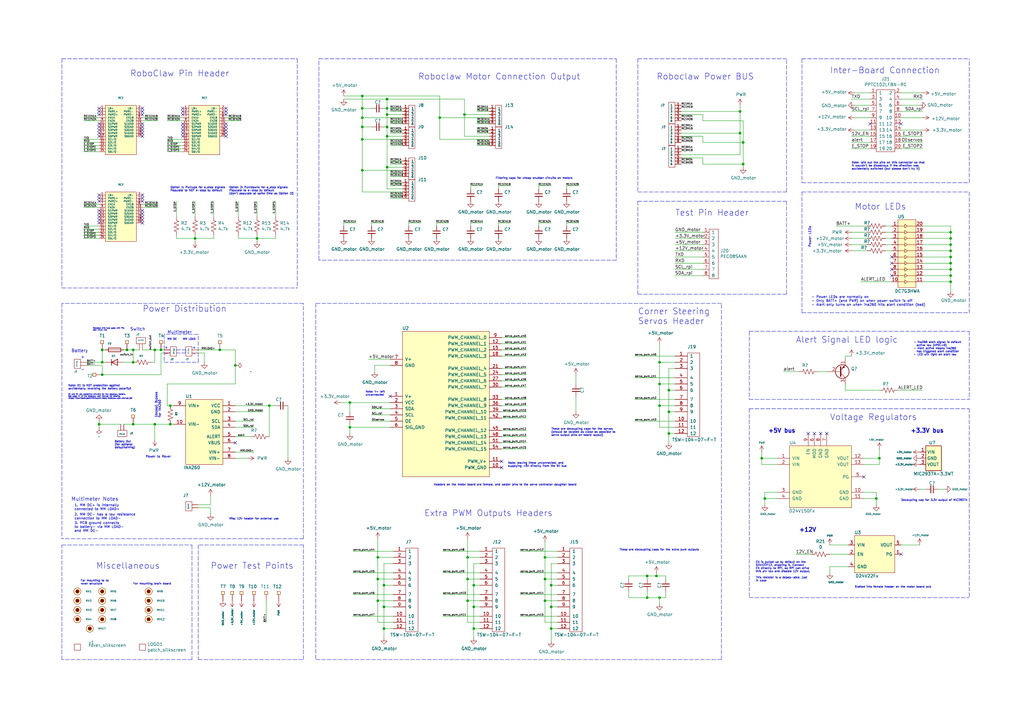
<source format=kicad_sch>
(kicad_sch (version 20211123) (generator eeschema)
  (paper "A3")
  (junction (at 148.59 48.26))
  (junction (at 52.07 143.51))
  (junction (at 270.51 245.11))
  (junction (at 226.06 248.92))
  (junction (at 158.75 40.64))
  (junction (at 359.41 204.47))
  (junction (at 303.53 45.72))
  (junction (at 389.89 110.49))
  (junction (at 389.89 95.25))
  (junction (at 191.77 228.6))
  (junction (at 274.32 168.91))
  (junction (at 270.51 166.37))
  (junction (at 41.91 148.59))
  (junction (at 41.91 143.51))
  (junction (at 96.52 149.86))
  (junction (at 265.43 236.22))
  (junction (at 54.61 148.59))
  (junction (at 157.48 240.03))
  (junction (at 389.89 105.41))
  (junction (at 63.5 143.51))
  (junction (at 194.31 248.92))
  (junction (at 270.51 148.59))
  (junction (at 148.59 39.37))
  (junction (at 304.8 67.31))
  (junction (at 270.51 157.48))
  (junction (at 223.52 246.38))
  (junction (at 41.91 153.67))
  (junction (at 191.77 237.49))
  (junction (at 63.5 173.99))
  (junction (at 158.75 55.88))
  (junction (at 223.52 237.49))
  (junction (at 143.51 175.26))
  (junction (at 154.94 228.6))
  (junction (at 54.61 173.99))
  (junction (at 69.85 173.99))
  (junction (at 265.43 245.11))
  (junction (at 389.89 100.33))
  (junction (at 143.51 165.1))
  (junction (at 148.59 69.85))
  (junction (at 274.32 177.8))
  (junction (at 303.53 54.61))
  (junction (at 80.01 97.79))
  (junction (at 389.89 102.87))
  (junction (at 313.69 204.47))
  (junction (at 194.31 240.03))
  (junction (at 360.68 187.96))
  (junction (at 158.75 46.99))
  (junction (at 269.24 236.22))
  (junction (at 157.48 248.92))
  (junction (at 40.64 173.99))
  (junction (at 105.41 97.79))
  (junction (at 223.52 228.6))
  (junction (at 148.59 44.45))
  (junction (at 304.8 58.42))
  (junction (at 389.89 113.03))
  (junction (at 194.31 257.81))
  (junction (at 226.06 240.03))
  (junction (at 389.89 115.57))
  (junction (at 312.42 187.96))
  (junction (at 158.75 44.45))
  (junction (at 148.59 52.07))
  (junction (at 157.48 257.81))
  (junction (at 389.89 97.79))
  (junction (at 66.04 143.51))
  (junction (at 158.75 52.07))
  (junction (at 110.49 166.37))
  (junction (at 148.59 57.15))
  (junction (at 90.17 143.51))
  (junction (at 154.94 246.38))
  (junction (at 180.34 48.26))
  (junction (at 69.85 166.37))
  (junction (at 190.5 46.99))
  (junction (at 226.06 257.81))
  (junction (at 389.89 107.95))
  (junction (at 191.77 246.38))
  (junction (at 158.75 68.58))
  (junction (at 154.94 237.49))
  (junction (at 54.61 143.51))
  (junction (at 274.32 160.02))
  (no_connect (at 74.93 44.45))
  (no_connect (at 40.64 90.17))
  (no_connect (at 58.42 50.8))
  (no_connect (at 58.42 90.17))
  (no_connect (at 40.64 46.99))
  (no_connect (at 92.71 50.8))
  (no_connect (at 40.64 88.9))
  (no_connect (at 92.71 46.99))
  (no_connect (at 365.76 110.49))
  (no_connect (at 58.42 54.61))
  (no_connect (at 74.93 52.07))
  (no_connect (at 92.71 44.45))
  (no_connect (at 40.64 54.61))
  (no_connect (at 205.74 191.77))
  (no_connect (at 40.64 80.01))
  (no_connect (at 365.76 107.95))
  (no_connect (at 58.42 81.28))
  (no_connect (at 365.76 105.41))
  (no_connect (at 74.93 45.72))
  (no_connect (at 58.42 52.07))
  (no_connect (at 74.93 46.99))
  (no_connect (at 58.42 91.44))
  (no_connect (at 92.71 45.72))
  (no_connect (at 92.71 55.88))
  (no_connect (at 40.64 52.07))
  (no_connect (at 96.52 181.61))
  (no_connect (at 58.42 82.55))
  (no_connect (at 369.57 227.33))
  (no_connect (at 74.93 50.8))
  (no_connect (at 356.87 50.8))
  (no_connect (at 40.64 81.28))
  (no_connect (at 58.42 55.88))
  (no_connect (at 354.33 195.58))
  (no_connect (at 40.64 55.88))
  (no_connect (at 205.74 189.23))
  (no_connect (at 58.42 44.45))
  (no_connect (at 40.64 82.55))
  (no_connect (at 92.71 53.34))
  (no_connect (at 58.42 45.72))
  (no_connect (at 339.09 177.8))
  (no_connect (at 74.93 53.34))
  (no_connect (at 58.42 86.36))
  (no_connect (at 58.42 80.01))
  (no_connect (at 40.64 91.44))
  (no_connect (at 58.42 87.63))
  (no_connect (at 40.64 86.36))
  (no_connect (at 40.64 45.72))
  (no_connect (at 40.64 50.8))
  (no_connect (at 74.93 55.88))
  (no_connect (at 92.71 52.07))
  (no_connect (at 40.64 53.34))
  (no_connect (at 334.01 177.8))
  (no_connect (at 369.57 50.8))
  (no_connect (at 336.55 177.8))
  (no_connect (at 92.71 54.61))
  (no_connect (at 58.42 88.9))
  (no_connect (at 40.64 44.45))
  (no_connect (at 365.76 113.03))
  (no_connect (at 160.02 162.56))
  (no_connect (at 331.47 177.8))
  (no_connect (at 58.42 53.34))
  (no_connect (at 58.42 46.99))
  (no_connect (at 74.93 54.61))
  (no_connect (at 40.64 87.63))
  (wire (pts (xy 369.57 43.18) (xy 377.19 43.18)))
  (polyline (pts (xy 328.93 128.27) (xy 328.93 78.74)))
  (wire (pts (xy 50.8 143.51) (xy 52.07 143.51)))
  (wire (pts (xy 215.9 171.45) (xy 205.74 171.45)))
  (wire (pts (xy 34.29 83.82) (xy 40.64 83.82)))
  (polyline (pts (xy 25.4 124.46) (xy 25.4 220.98)))
  (polyline (pts (xy 328.93 24.13) (xy 397.51 24.13)))
  (wire (pts (xy 232.41 91.44) (xy 237.49 91.44)))
  (wire (pts (xy 62.23 148.59) (xy 63.5 148.59)))
  (wire (pts (xy 368.3 160.02) (xy 378.46 160.02)))
  (wire (pts (xy 148.59 39.37) (xy 148.59 44.45)))
  (wire (pts (xy 260.35 163.83) (xy 276.86 163.83)))
  (polyline (pts (xy 130.81 24.13) (xy 252.73 24.13)))
  (polyline (pts (xy 322.58 120.65) (xy 322.58 82.55)))
  (wire (pts (xy 205.74 156.21) (xy 215.9 156.21)))
  (wire (pts (xy 148.59 48.26) (xy 165.1 48.26)))
  (wire (pts (xy 195.58 53.34) (xy 200.66 53.34)))
  (wire (pts (xy 74.93 57.15) (xy 68.58 57.15)))
  (wire (pts (xy 340.36 223.52) (xy 347.98 223.52)))
  (wire (pts (xy 63.5 143.51) (xy 58.42 143.51)))
  (polyline (pts (xy 81.28 270.51) (xy 124.46 270.51)))
  (wire (pts (xy 335.28 152.4) (xy 339.09 152.4)))
  (polyline (pts (xy 81.28 223.52) (xy 81.28 270.51)))
  (wire (pts (xy 369.57 45.72) (xy 378.46 45.72)))
  (wire (pts (xy 87.63 82.55) (xy 87.63 88.9)))
  (wire (pts (xy 274.32 177.8) (xy 274.32 168.91)))
  (wire (pts (xy 270.51 166.37) (xy 276.86 166.37)))
  (wire (pts (xy 40.64 173.99) (xy 49.53 173.99)))
  (polyline (pts (xy 295.91 270.51) (xy 295.91 124.46)))
  (wire (pts (xy 160.02 45.72) (xy 165.1 45.72)))
  (wire (pts (xy 80.01 99.06) (xy 80.01 97.79)))
  (wire (pts (xy 160.02 149.86) (xy 153.67 149.86)))
  (polyline (pts (xy 129.54 124.46) (xy 129.54 270.51)))
  (wire (pts (xy 354.33 201.93) (xy 359.41 201.93)))
  (wire (pts (xy 160.02 49.53) (xy 165.1 49.53)))
  (wire (pts (xy 204.47 92.71) (xy 204.47 91.44)))
  (wire (pts (xy 157.48 231.14) (xy 161.29 231.14)))
  (wire (pts (xy 40.64 92.71) (xy 34.29 92.71)))
  (wire (pts (xy 63.5 143.51) (xy 66.04 143.51)))
  (wire (pts (xy 226.06 262.89) (xy 226.06 257.81)))
  (wire (pts (xy 220.98 77.47) (xy 220.98 76.2)))
  (polyline (pts (xy 261.62 120.65) (xy 322.58 120.65)))
  (wire (pts (xy 193.04 91.44) (xy 198.12 91.44)))
  (wire (pts (xy 346.71 146.05) (xy 346.71 147.32)))
  (wire (pts (xy 158.75 52.07) (xy 158.75 55.88)))
  (wire (pts (xy 87.63 97.79) (xy 87.63 96.52)))
  (wire (pts (xy 34.29 48.26) (xy 40.64 48.26)))
  (wire (pts (xy 69.85 173.99) (xy 71.12 173.99)))
  (polyline (pts (xy 307.34 163.83) (xy 397.51 163.83)))
  (wire (pts (xy 213.36 234.95) (xy 228.6 234.95)))
  (wire (pts (xy 161.29 226.06) (xy 144.78 226.06)))
  (wire (pts (xy 160.02 71.12) (xy 165.1 71.12)))
  (wire (pts (xy 158.75 46.99) (xy 158.75 52.07)))
  (polyline (pts (xy 76.2 144.78) (xy 72.39 144.78)))
  (wire (pts (xy 154.94 228.6) (xy 161.29 228.6)))
  (polyline (pts (xy 307.34 135.89) (xy 307.34 163.83)))
  (wire (pts (xy 160.02 50.8) (xy 165.1 50.8)))
  (polyline (pts (xy 261.62 24.13) (xy 261.62 78.74)))
  (wire (pts (xy 270.51 245.11) (xy 265.43 245.11)))
  (wire (pts (xy 191.77 220.98) (xy 191.77 228.6)))
  (wire (pts (xy 113.03 82.55) (xy 113.03 88.9)))
  (wire (pts (xy 270.51 148.59) (xy 270.51 157.48)))
  (wire (pts (xy 270.51 157.48) (xy 270.51 166.37)))
  (wire (pts (xy 273.05 236.22) (xy 269.24 236.22)))
  (wire (pts (xy 223.52 237.49) (xy 228.6 237.49)))
  (wire (pts (xy 160.02 72.39) (xy 165.1 72.39)))
  (polyline (pts (xy 124.46 220.98) (xy 25.4 220.98)))
  (wire (pts (xy 105.41 82.55) (xy 105.41 88.9)))
  (wire (pts (xy 270.51 175.26) (xy 276.86 175.26)))
  (wire (pts (xy 195.58 54.61) (xy 200.66 54.61)))
  (wire (pts (xy 226.06 231.14) (xy 228.6 231.14)))
  (wire (pts (xy 274.32 177.8) (xy 274.32 181.61)))
  (wire (pts (xy 72.39 97.79) (xy 80.01 97.79)))
  (wire (pts (xy 270.51 247.65) (xy 270.51 245.11)))
  (wire (pts (xy 81.28 143.51) (xy 90.17 143.51)))
  (wire (pts (xy 360.68 187.96) (xy 360.68 190.5)))
  (polyline (pts (xy 261.62 82.55) (xy 322.58 82.55)))
  (wire (pts (xy 313.69 204.47) (xy 313.69 207.01)))
  (wire (pts (xy 160.02 66.04) (xy 165.1 66.04)))
  (wire (pts (xy 58.42 85.09) (xy 64.77 85.09)))
  (polyline (pts (xy 322.58 78.74) (xy 322.58 24.13)))
  (wire (pts (xy 276.86 113.03) (xy 288.29 113.03)))
  (wire (pts (xy 160.02 76.2) (xy 165.1 76.2)))
  (wire (pts (xy 158.75 46.99) (xy 158.75 44.45)))
  (wire (pts (xy 154.94 255.27) (xy 161.29 255.27)))
  (wire (pts (xy 303.53 43.18) (xy 303.53 45.72)))
  (wire (pts (xy 195.58 58.42) (xy 200.66 58.42)))
  (wire (pts (xy 109.22 255.27) (xy 109.22 246.38)))
  (polyline (pts (xy 121.92 24.13) (xy 121.92 118.11)))
  (wire (pts (xy 276.86 148.59) (xy 270.51 148.59)))
  (wire (pts (xy 288.29 46.99) (xy 288.29 49.53)))
  (wire (pts (xy 110.49 166.37) (xy 113.03 166.37)))
  (wire (pts (xy 154.94 220.98) (xy 154.94 228.6)))
  (wire (pts (xy 160.02 54.61) (xy 165.1 54.61)))
  (wire (pts (xy 72.39 96.52) (xy 72.39 97.79)))
  (wire (pts (xy 378.46 48.26) (xy 369.57 48.26)))
  (wire (pts (xy 160.02 67.31) (xy 165.1 67.31)))
  (polyline (pts (xy 124.46 270.51) (xy 124.46 223.52)))
  (wire (pts (xy 257.81 236.22) (xy 257.81 237.49)))
  (wire (pts (xy 205.74 168.91) (xy 215.9 168.91)))
  (wire (pts (xy 260.35 154.94) (xy 276.86 154.94)))
  (wire (pts (xy 190.5 46.99) (xy 190.5 55.88)))
  (wire (pts (xy 161.29 234.95) (xy 144.78 234.95)))
  (wire (pts (xy 191.77 237.49) (xy 191.77 246.38)))
  (wire (pts (xy 349.25 102.87) (xy 355.6 102.87)))
  (wire (pts (xy 180.34 48.26) (xy 180.34 57.15)))
  (wire (pts (xy 378.46 107.95) (xy 389.89 107.95)))
  (wire (pts (xy 152.4 167.64) (xy 160.02 167.64)))
  (wire (pts (xy 346.71 157.48) (xy 346.71 160.02)))
  (wire (pts (xy 196.85 234.95) (xy 181.61 234.95)))
  (wire (pts (xy 161.29 257.81) (xy 157.48 257.81)))
  (polyline (pts (xy 252.73 24.13) (xy 252.73 106.68)))
  (wire (pts (xy 54.61 148.59) (xy 54.61 143.51)))
  (wire (pts (xy 180.34 57.15) (xy 200.66 57.15)))
  (wire (pts (xy 350.52 48.26) (xy 356.87 48.26)))
  (wire (pts (xy 321.31 152.4) (xy 327.66 152.4)))
  (wire (pts (xy 68.58 166.37) (xy 69.85 166.37)))
  (wire (pts (xy 157.48 248.92) (xy 161.29 248.92)))
  (wire (pts (xy 180.34 48.26) (xy 200.66 48.26)))
  (wire (pts (xy 226.06 257.81) (xy 228.6 257.81)))
  (wire (pts (xy 81.28 144.78) (xy 83.82 144.78)))
  (wire (pts (xy 58.42 49.53) (xy 64.77 49.53)))
  (polyline (pts (xy 25.4 270.51) (xy 25.4 223.52)))
  (wire (pts (xy 273.05 245.11) (xy 273.05 242.57)))
  (wire (pts (xy 194.31 257.81) (xy 196.85 257.81)))
  (wire (pts (xy 86.36 203.2) (xy 86.36 207.01)))
  (wire (pts (xy 215.9 158.75) (xy 205.74 158.75)))
  (wire (pts (xy 194.31 261.62) (xy 194.31 257.81)))
  (wire (pts (xy 54.61 173.99) (xy 63.5 173.99)))
  (wire (pts (xy 312.42 187.96) (xy 318.77 187.96)))
  (wire (pts (xy 346.71 160.02) (xy 360.68 160.02)))
  (wire (pts (xy 97.79 97.79) (xy 105.41 97.79)))
  (wire (pts (xy 349.25 97.79) (xy 355.6 97.79)))
  (wire (pts (xy 105.41 99.06) (xy 105.41 97.79)))
  (wire (pts (xy 276.86 177.8) (xy 274.32 177.8)))
  (wire (pts (xy 346.71 146.05) (xy 349.25 146.05)))
  (polyline (pts (xy 328.93 128.27) (xy 397.51 128.27)))
  (wire (pts (xy 369.57 55.88) (xy 378.46 55.88)))
  (wire (pts (xy 83.82 148.59) (xy 83.82 144.78)))
  (wire (pts (xy 360.68 184.15) (xy 360.68 187.96)))
  (polyline (pts (xy 25.4 223.52) (xy 78.74 223.52)))
  (wire (pts (xy 158.75 55.88) (xy 158.75 68.58)))
  (wire (pts (xy 41.91 153.67) (xy 66.04 153.67)))
  (wire (pts (xy 96.52 175.26) (xy 104.14 175.26)))
  (polyline (pts (xy 124.46 223.52) (xy 81.28 223.52)))
  (wire (pts (xy 389.89 102.87) (xy 389.89 105.41)))
  (wire (pts (xy 349.25 100.33) (xy 355.6 100.33)))
  (wire (pts (xy 157.48 257.81) (xy 157.48 261.62)))
  (wire (pts (xy 205.74 151.13) (xy 215.9 151.13)))
  (wire (pts (xy 179.07 91.44) (xy 184.15 91.44)))
  (wire (pts (xy 228.6 252.73) (xy 213.36 252.73)))
  (wire (pts (xy 157.48 91.44) (xy 152.4 91.44)))
  (wire (pts (xy 191.77 228.6) (xy 196.85 228.6)))
  (wire (pts (xy 213.36 243.84) (xy 228.6 243.84)))
  (wire (pts (xy 158.75 44.45) (xy 158.75 40.64)))
  (wire (pts (xy 152.4 170.18) (xy 160.02 170.18)))
  (wire (pts (xy 312.42 190.5) (xy 318.77 190.5)))
  (wire (pts (xy 40.64 172.72) (xy 40.64 173.99)))
  (wire (pts (xy 332.74 227.33) (xy 326.39 227.33)))
  (wire (pts (xy 384.81 200.66) (xy 387.35 200.66)))
  (wire (pts (xy 363.22 97.79) (xy 365.76 97.79)))
  (wire (pts (xy 353.06 115.57) (xy 365.76 115.57)))
  (wire (pts (xy 215.9 146.05) (xy 205.74 146.05)))
  (wire (pts (xy 215.9 181.61) (xy 205.74 181.61)))
  (wire (pts (xy 220.98 76.2) (xy 226.06 76.2)))
  (polyline (pts (xy 81.28 137.16) (xy 67.31 137.16)))
  (wire (pts (xy 265.43 245.11) (xy 265.43 242.57)))
  (wire (pts (xy 288.29 64.77) (xy 288.29 67.31)))
  (wire (pts (xy 288.29 49.53) (xy 304.8 49.53)))
  (wire (pts (xy 194.31 248.92) (xy 194.31 240.03)))
  (wire (pts (xy 228.6 228.6) (xy 223.52 228.6)))
  (wire (pts (xy 205.74 138.43) (xy 215.9 138.43)))
  (wire (pts (xy 360.68 187.96) (xy 354.33 187.96)))
  (wire (pts (xy 350.52 53.34) (xy 356.87 53.34)))
  (wire (pts (xy 363.22 102.87) (xy 365.76 102.87)))
  (wire (pts (xy 269.24 236.22) (xy 269.24 234.95)))
  (wire (pts (xy 179.07 92.71) (xy 179.07 91.44)))
  (wire (pts (xy 152.4 91.44) (xy 152.4 92.71)))
  (wire (pts (xy 220.98 91.44) (xy 226.06 91.44)))
  (wire (pts (xy 363.22 95.25) (xy 365.76 95.25)))
  (wire (pts (xy 148.59 44.45) (xy 148.59 48.26)))
  (wire (pts (xy 378.46 113.03) (xy 389.89 113.03)))
  (wire (pts (xy 191.77 237.49) (xy 196.85 237.49)))
  (wire (pts (xy 50.8 148.59) (xy 54.61 148.59)))
  (wire (pts (xy 148.59 39.37) (xy 180.34 39.37)))
  (wire (pts (xy 194.31 257.81) (xy 194.31 248.92)))
  (wire (pts (xy 80.01 97.79) (xy 80.01 96.52)))
  (wire (pts (xy 349.25 60.96) (xy 356.87 60.96)))
  (wire (pts (xy 288.29 55.88) (xy 288.29 58.42)))
  (wire (pts (xy 96.52 185.42) (xy 104.14 185.42)))
  (wire (pts (xy 350.52 43.18) (xy 356.87 43.18)))
  (wire (pts (xy 223.52 228.6) (xy 223.52 222.25)))
  (wire (pts (xy 160.02 81.28) (xy 165.1 81.28)))
  (wire (pts (xy 143.51 165.1) (xy 143.51 168.91)))
  (wire (pts (xy 195.58 50.8) (xy 200.66 50.8)))
  (wire (pts (xy 359.41 204.47) (xy 354.33 204.47)))
  (wire (pts (xy 204.47 91.44) (xy 209.55 91.44)))
  (polyline (pts (xy 328.93 78.74) (xy 397.51 78.74)))
  (wire (pts (xy 158.75 68.58) (xy 158.75 77.47)))
  (wire (pts (xy 389.89 107.95) (xy 389.89 110.49)))
  (wire (pts (xy 157.48 240.03) (xy 157.48 231.14)))
  (wire (pts (xy 265.43 236.22) (xy 265.43 237.49)))
  (wire (pts (xy 226.06 240.03) (xy 226.06 231.14)))
  (wire (pts (xy 35.56 149.86) (xy 41.91 149.86)))
  (wire (pts (xy 215.9 153.67) (xy 205.74 153.67)))
  (wire (pts (xy 195.58 44.45) (xy 200.66 44.45)))
  (wire (pts (xy 356.87 58.42) (xy 349.25 58.42)))
  (wire (pts (xy 223.52 246.38) (xy 228.6 246.38)))
  (wire (pts (xy 312.42 185.42) (xy 312.42 187.96)))
  (wire (pts (xy 276.86 100.33) (xy 288.29 100.33)))
  (wire (pts (xy 223.52 237.49) (xy 223.52 246.38)))
  (wire (pts (xy 274.32 168.91) (xy 276.86 168.91)))
  (polyline (pts (xy 67.31 148.59) (xy 81.28 148.59)))
  (wire (pts (xy 191.77 246.38) (xy 196.85 246.38)))
  (wire (pts (xy 92.71 48.26) (xy 99.06 48.26)))
  (wire (pts (xy 215.9 176.53) (xy 205.74 176.53)))
  (polyline (pts (xy 25.4 24.13) (xy 25.4 118.11)))
  (wire (pts (xy 191.77 228.6) (xy 191.77 237.49)))
  (polyline (pts (xy 72.39 143.51) (xy 76.2 143.51)))
  (wire (pts (xy 167.64 91.44) (xy 167.64 92.71)))
  (wire (pts (xy 363.22 92.71) (xy 365.76 92.71)))
  (wire (pts (xy 270.51 166.37) (xy 270.51 175.26)))
  (wire (pts (xy 260.35 146.05) (xy 276.86 146.05)))
  (polyline (pts (xy 397.51 135.89) (xy 397.51 163.83)))
  (wire (pts (xy 181.61 226.06) (xy 196.85 226.06)))
  (wire (pts (xy 161.29 243.84) (xy 144.78 243.84)))
  (wire (pts (xy 205.74 143.51) (xy 215.9 143.51)))
  (wire (pts (xy 276.86 105.41) (xy 288.29 105.41)))
  (wire (pts (xy 279.4 55.88) (xy 288.29 55.88)))
  (wire (pts (xy 318.77 201.93) (xy 313.69 201.93)))
  (polyline (pts (xy 25.4 118.11) (xy 121.92 118.11)))
  (wire (pts (xy 96.52 166.37) (xy 110.49 166.37)))
  (wire (pts (xy 40.64 173.99) (xy 40.64 175.26)))
  (wire (pts (xy 69.85 166.37) (xy 71.12 166.37)))
  (wire (pts (xy 378.46 102.87) (xy 389.89 102.87)))
  (wire (pts (xy 204.47 77.47) (xy 204.47 76.2)))
  (wire (pts (xy 58.42 83.82) (xy 64.77 83.82)))
  (wire (pts (xy 96.52 157.48) (xy 68.58 157.48)))
  (wire (pts (xy 279.4 45.72) (xy 303.53 45.72)))
  (wire (pts (xy 158.75 40.64) (xy 190.5 40.64)))
  (wire (pts (xy 274.32 151.13) (xy 276.86 151.13)))
  (polyline (pts (xy 397.51 167.64) (xy 397.51 245.11)))
  (wire (pts (xy 152.4 172.72) (xy 160.02 172.72)))
  (wire (pts (xy 40.64 62.23) (xy 34.29 62.23)))
  (wire (pts (xy 172.72 91.44) (xy 167.64 91.44)))
  (wire (pts (xy 288.29 58.42) (xy 304.8 58.42)))
  (wire (pts (xy 80.01 82.55) (xy 80.01 88.9)))
  (wire (pts (xy 215.9 166.37) (xy 205.74 166.37)))
  (wire (pts (xy 276.86 107.95) (xy 288.29 107.95)))
  (wire (pts (xy 63.5 173.99) (xy 69.85 173.99)))
  (wire (pts (xy 110.49 179.07) (xy 110.49 166.37)))
  (wire (pts (xy 160.02 53.34) (xy 165.1 53.34)))
  (wire (pts (xy 318.77 204.47) (xy 313.69 204.47)))
  (polyline (pts (xy 81.28 148.59) (xy 81.28 137.16)))
  (wire (pts (xy 369.57 223.52) (xy 377.19 223.52)))
  (wire (pts (xy 194.31 240.03) (xy 194.31 231.14)))
  (polyline (pts (xy 124.46 220.98) (xy 124.46 124.46)))
  (wire (pts (xy 389.89 115.57) (xy 389.89 119.38)))
  (wire (pts (xy 151.13 147.32) (xy 160.02 147.32)))
  (wire (pts (xy 140.97 91.44) (xy 140.97 92.71)))
  (wire (pts (xy 389.89 113.03) (xy 389.89 115.57)))
  (wire (pts (xy 369.57 58.42) (xy 378.46 58.42)))
  (wire (pts (xy 270.51 245.11) (xy 273.05 245.11)))
  (wire (pts (xy 236.22 162.56) (xy 236.22 168.91)))
  (wire (pts (xy 274.32 160.02) (xy 276.86 160.02)))
  (wire (pts (xy 52.07 143.51) (xy 54.61 143.51)))
  (wire (pts (xy 160.02 74.93) (xy 165.1 74.93)))
  (wire (pts (xy 279.4 46.99) (xy 288.29 46.99)))
  (wire (pts (xy 139.7 165.1) (xy 143.51 165.1)))
  (wire (pts (xy 146.05 91.44) (xy 140.97 91.44)))
  (wire (pts (xy 196.85 252.73) (xy 181.61 252.73)))
  (wire (pts (xy 40.64 96.52) (xy 34.29 96.52)))
  (wire (pts (xy 359.41 201.93) (xy 359.41 204.47)))
  (wire (pts (xy 213.36 226.06) (xy 228.6 226.06)))
  (polyline (pts (xy 307.34 167.64) (xy 307.34 245.11)))
  (polyline (pts (xy 76.2 143.51) (xy 76.2 144.78)))
  (polyline (pts (xy 261.62 78.74) (xy 322.58 78.74)))
  (wire (pts (xy 205.74 184.15) (xy 215.9 184.15)))
  (wire (pts (xy 140.97 40.64) (xy 158.75 40.64)))
  (wire (pts (xy 58.42 48.26) (xy 64.77 48.26)))
  (wire (pts (xy 148.59 52.07) (xy 148.59 57.15)))
  (polyline (pts (xy 307.34 135.89) (xy 397.51 135.89)))
  (wire (pts (xy 378.46 97.79) (xy 389.89 97.79)))
  (wire (pts (xy 304.8 49.53) (xy 304.8 58.42)))
  (wire (pts (xy 270.51 157.48) (xy 276.86 157.48)))
  (wire (pts (xy 34.29 85.09) (xy 40.64 85.09)))
  (wire (pts (xy 148.59 57.15) (xy 148.59 69.85)))
  (polyline (pts (xy 397.51 78.74) (xy 397.51 128.27)))
  (wire (pts (xy 195.58 59.69) (xy 200.66 59.69)))
  (wire (pts (xy 369.57 60.96) (xy 378.46 60.96)))
  (wire (pts (xy 157.48 257.81) (xy 157.48 248.92)))
  (wire (pts (xy 389.89 100.33) (xy 389.89 102.87)))
  (wire (pts (xy 377.19 200.66) (xy 379.73 200.66)))
  (wire (pts (xy 35.56 148.59) (xy 41.91 148.59)))
  (wire (pts (xy 304.8 67.31) (xy 304.8 68.58)))
  (wire (pts (xy 160.02 44.45) (xy 165.1 44.45)))
  (wire (pts (xy 193.04 92.71) (xy 193.04 91.44)))
  (wire (pts (xy 113.03 97.79) (xy 113.03 96.52)))
  (wire (pts (xy 74.93 60.96) (xy 68.58 60.96)))
  (wire (pts (xy 68.58 48.26) (xy 74.93 48.26)))
  (polyline (pts (xy 307.34 167.64) (xy 397.51 167.64)))
  (wire (pts (xy 157.48 240.03) (xy 161.29 240.03)))
  (wire (pts (xy 96.52 149.86) (xy 96.52 143.51)))
  (wire (pts (xy 158.75 55.88) (xy 165.1 55.88)))
  (wire (pts (xy 154.94 237.49) (xy 154.94 246.38)))
  (wire (pts (xy 43.18 148.59) (xy 41.91 148.59)))
  (wire (pts (xy 369.57 40.64) (xy 378.46 40.64)))
  (wire (pts (xy 157.48 44.45) (xy 158.75 44.45)))
  (wire (pts (xy 232.41 77.47) (xy 232.41 76.2)))
  (wire (pts (xy 160.02 58.42) (xy 165.1 58.42)))
  (wire (pts (xy 274.32 160.02) (xy 274.32 151.13)))
  (wire (pts (xy 205.74 163.83) (xy 215.9 163.83)))
  (wire (pts (xy 276.86 97.79) (xy 288.29 97.79)))
  (wire (pts (xy 102.87 179.07) (xy 96.52 179.07)))
  (wire (pts (xy 260.35 172.72) (xy 276.86 172.72)))
  (polyline (pts (xy 397.51 74.93) (xy 397.51 24.13)))
  (wire (pts (xy 190.5 55.88) (xy 200.66 55.88)))
  (polyline (pts (xy 295.91 124.46) (xy 129.54 124.46)))
  (wire (pts (xy 279.4 64.77) (xy 288.29 64.77)))
  (wire (pts (xy 198.12 76.2) (xy 193.04 76.2)))
  (wire (pts (xy 340.36 227.33) (xy 347.98 227.33)))
  (wire (pts (xy 273.05 237.49) (xy 273.05 236.22)))
  (wire (pts (xy 269.24 236.22) (xy 265.43 236.22)))
  (wire (pts (xy 86.36 208.28) (xy 86.36 210.82)))
  (wire (pts (xy 378.46 100.33) (xy 389.89 100.33)))
  (wire (pts (xy 154.94 246.38) (xy 154.94 255.27)))
  (wire (pts (xy 232.41 76.2) (xy 237.49 76.2)))
  (wire (pts (xy 349.25 95.25) (xy 355.6 95.25)))
  (polyline (pts (xy 307.34 245.11) (xy 397.51 245.11)))
  (wire (pts (xy 40.64 93.98) (xy 34.29 93.98)))
  (polyline (pts (xy 328.93 24.13) (xy 328.93 74.93)))
  (wire (pts (xy 236.22 153.67) (xy 236.22 157.48)))
  (wire (pts (xy 340.36 232.41) (xy 347.98 232.41)))
  (wire (pts (xy 226.06 248.92) (xy 228.6 248.92)))
  (wire (pts (xy 180.34 39.37) (xy 180.34 48.26)))
  (wire (pts (xy 276.86 102.87) (xy 288.29 102.87)))
  (wire (pts (xy 279.4 54.61) (xy 303.53 54.61)))
  (wire (pts (xy 378.46 105.41) (xy 389.89 105.41)))
  (polyline (pts (xy 78.74 223.52) (xy 78.74 270.51)))
  (wire (pts (xy 148.59 69.85) (xy 165.1 69.85)))
  (wire (pts (xy 153.67 149.86) (xy 153.67 152.4)))
  (wire (pts (xy 97.79 82.55) (xy 97.79 88.9)))
  (polyline (pts (xy 261.62 24.13) (xy 322.58 24.13)))
  (wire (pts (xy 144.78 252.73) (xy 161.29 252.73)))
  (wire (pts (xy 41.91 149.86) (xy 41.91 153.67)))
  (wire (pts (xy 41.91 148.59) (xy 41.91 143.51)))
  (wire (pts (xy 265.43 245.11) (xy 257.81 245.11)))
  (wire (pts (xy 288.29 67.31) (xy 304.8 67.31)))
  (wire (pts (xy 342.9 92.71) (xy 355.6 92.71)))
  (wire (pts (xy 349.25 40.64) (xy 356.87 40.64)))
  (wire (pts (xy 40.64 60.96) (xy 34.29 60.96)))
  (wire (pts (xy 194.31 248.92) (xy 196.85 248.92)))
  (wire (pts (xy 158.75 77.47) (xy 165.1 77.47)))
  (wire (pts (xy 140.97 39.37) (xy 148.59 39.37)))
  (wire (pts (xy 389.89 95.25) (xy 389.89 97.79)))
  (wire (pts (xy 40.64 58.42) (xy 34.29 58.42)))
  (polyline (pts (xy 78.74 270.51) (xy 25.4 270.51)))
  (wire (pts (xy 66.04 144.78) (xy 67.31 144.78)))
  (wire (pts (xy 369.57 38.1) (xy 378.46 38.1)))
  (wire (pts (xy 205.74 179.07) (xy 215.9 179.07)))
  (wire (pts (xy 313.69 201.93) (xy 313.69 204.47)))
  (wire (pts (xy 63.5 180.34) (xy 63.5 173.99)))
  (wire (pts (xy 279.4 63.5) (xy 303.53 63.5)))
  (wire (pts (xy 223.52 255.27) (xy 228.6 255.27)))
  (wire (pts (xy 205.74 140.97) (xy 215.9 140.97)))
  (wire (pts (xy 369.57 53.34) (xy 378.46 53.34)))
  (polyline (pts (xy 25.4 24.13) (xy 121.92 24.13)))
  (wire (pts (xy 92.71 49.53) (xy 99.06 49.53)))
  (wire (pts (xy 66.04 153.67) (xy 66.04 144.78)))
  (wire (pts (xy 152.4 52.07) (xy 148.59 52.07)))
  (wire (pts (xy 270.51 148.59) (xy 270.51 140.97)))
  (wire (pts (xy 105.41 97.79) (xy 113.03 97.79)))
  (wire (pts (xy 303.53 45.72) (xy 303.53 54.61)))
  (polyline (pts (xy 252.73 106.68) (xy 130.81 106.68)))
  (wire (pts (xy 191.77 255.27) (xy 196.85 255.27)))
  (wire (pts (xy 160.02 175.26) (xy 143.51 175.26)))
  (wire (pts (xy 389.89 105.41) (xy 389.89 107.95)))
  (wire (pts (xy 190.5 40.64) (xy 190.5 46.99)))
  (wire (pts (xy 41.91 143.51) (xy 43.18 143.51)))
  (wire (pts (xy 350.52 38.1) (xy 356.87 38.1)))
  (wire (pts (xy 157.48 248.92) (xy 157.48 240.03)))
  (wire (pts (xy 191.77 246.38) (xy 191.77 255.27)))
  (wire (pts (xy 223.52 228.6) (xy 223.52 237.49)))
  (wire (pts (xy 265.43 236.22) (xy 257.81 236.22)))
  (wire (pts (xy 276.86 95.25) (xy 288.29 95.25)))
  (polyline (pts (xy 124.46 124.46) (xy 25.4 124.46)))
  (wire (pts (xy 40.64 57.15) (xy 34.29 57.15)))
  (wire (pts (xy 226.06 240.03) (xy 228.6 240.03)))
  (wire (pts (xy 63.5 148.59) (xy 63.5 143.51)))
  (wire (pts (xy 223.52 246.38) (xy 223.52 255.27)))
  (wire (pts (xy 304.8 58.42) (xy 304.8 67.31)))
  (wire (pts (xy 220.98 92.71) (xy 220.98 91.44)))
  (wire (pts (xy 274.32 168.91) (xy 274.32 160.02)))
  (wire (pts (xy 148.59 69.85) (xy 148.59 78.74)))
  (wire (pts (xy 96.52 172.72) (xy 104.14 172.72)))
  (wire (pts (xy 96.52 187.96) (xy 101.6 187.96)))
  (wire (pts (xy 40.64 59.69) (xy 34.29 59.69)))
  (wire (pts (xy 303.53 54.61) (xy 303.53 63.5)))
  (wire (pts (xy 40.64 95.25) (xy 34.29 95.25)))
  (wire (pts (xy 105.41 97.79) (xy 105.41 96.52)))
  (wire (pts (xy 378.46 115.57) (xy 389.89 115.57)))
  (wire (pts (xy 378.46 92.71) (xy 389.89 92.71)))
  (wire (pts (xy 195.58 49.53) (xy 200.66 49.53)))
  (wire (pts (xy 226.06 257.81) (xy 226.06 248.92)))
  (wire (pts (xy 340.36 234.95) (xy 340.36 232.41)))
  (wire (pts (xy 363.22 100.33) (xy 365.76 100.33)))
  (polyline (pts (xy 130.81 106.68) (xy 130.81 24.13)))
  (wire (pts (xy 90.17 143.51) (xy 96.52 143.51)))
  (wire (pts (xy 378.46 95.25) (xy 389.89 95.25)))
  (wire (pts (xy 143.51 173.99) (xy 143.51 175.26)))
  (polyline (pts (xy 67.31 137.16) (xy 67.31 148.59)))
  (wire (pts (xy 148.59 48.26) (xy 148.59 52.07)))
  (wire (pts (xy 81.28 208.28) (xy 86.36 208.28)))
  (wire (pts (xy 34.29 49.53) (xy 40.64 49.53)))
  (wire (pts (xy 378.46 110.49) (xy 389.89 110.49)))
  (wire (pts (xy 165.1 46.99) (xy 158.75 46.99)))
  (wire (pts (xy 360.68 190.5) (xy 354.33 190.5)))
  (wire (pts (xy 276.86 110.49) (xy 288.29 110.49)))
  (wire (pts (xy 359.41 204.47) (xy 359.41 207.01)))
  (wire (pts (xy 118.11 166.37) (xy 118.11 187.96)))
  (wire (pts (xy 160.02 59.69) (xy 165.1 59.69)))
  (wire (pts (xy 158.75 68.58) (xy 165.1 68.58)))
  (wire (pts (xy 74.93 58.42) (xy 68.58 58.42)))
  (polyline (pts (xy 328.93 74.93) (xy 397.51 74.93)))
  (wire (pts (xy 143.51 175.26) (xy 143.51 177.8)))
  (polyline (pts (xy 261.62 82.55) (xy 261.62 120.65)))
  (wire (pts (xy 389.89 110.49) (xy 389.89 113.03)))
  (wire (pts (xy 157.48 52.07) (xy 158.75 52.07)))
  (wire (pts (xy 68.58 157.48) (xy 68.58 166.37)))
  (wire (pts (xy 356.87 45.72) (xy 349.25 45.72)))
  (wire (pts (xy 72.39 82.55) (xy 72.39 88.9)))
  (wire (pts (xy 312.42 187.96) (xy 312.42 190.5)))
  (wire (pts (xy 154.94 228.6) (xy 154.94 237.49)))
  (wire (pts (xy 96.52 168.91) (xy 107.95 168.91)))
  (wire (pts (xy 152.4 44.45) (xy 148.59 44.45)))
  (polyline (pts (xy 129.54 270.51) (xy 295.91 270.51)))
  (wire (pts (xy 356.87 55.88) (xy 349.25 55.88)))
  (wire (pts (xy 194.31 240.03) (xy 196.85 240.03)))
  (wire (pts (xy 154.94 237.49) (xy 161.29 237.49)))
  (wire (pts (xy 74.93 62.23) (xy 68.58 62.23)))
  (wire (pts (xy 232.41 92.71) (xy 232.41 91.44)))
  (wire (pts (xy 66.04 143.51) (xy 67.31 143.51)))
  (wire (pts (xy 50.8 173.99) (xy 54.61 173.99)))
  (wire (pts (xy 74.93 59.69) (xy 68.58 59.69)))
  (wire (pts (xy 154.94 246.38) (xy 161.29 246.38)))
  (wire (pts (xy 257.81 245.11) (xy 257.81 242.57)))
  (wire (pts (xy 204.47 76.2) (xy 209.55 76.2)))
  (wire (pts (xy 389.89 92.71) (xy 389.89 95.25)))
  (wire (pts (xy 200.66 46.99) (xy 190.5 46.99)))
  (wire (pts (xy 226.06 248.92) (xy 226.06 240.03)))
  (wire (pts (xy 81.28 207.01) (xy 86.36 207.01)))
  (wire (pts (xy 40.64 97.79) (xy 34.29 97.79)))
  (wire (pts (xy 54.61 143.51) (xy 57.15 143.51)))
  (wire (pts (xy 389.89 97.79) (xy 389.89 100.33)))
  (wire (pts (xy 148.59 78.74) (xy 165.1 78.74)))
  (wire (pts (xy 97.79 96.52) (xy 97.79 97.79)))
  (wire (pts (xy 96.52 157.48) (xy 96.52 149.86)))
  (wire (pts (xy 80.01 97.79) (xy 87.63 97.79)))
  (wire (pts (xy 194.31 231.14) (xy 196.85 231.14)))
  (wire (pts (xy 160.02 80.01) (xy 165.1 80.01)))
  (wire (pts (xy 148.59 57.15) (xy 165.1 57.15)))
  (wire (pts (xy 143.51 165.1) (xy 160.02 165.1)))
  (wire (pts (xy 181.61 243.84) (xy 196.85 243.84)))
  (wire (pts (xy 193.04 76.2) (xy 193.04 77.47)))
  (wire (pts (xy 68.58 49.53) (xy 74.93 49.53)))
  (wire (pts (xy 195.58 45.72) (xy 200.66 45.72)))
  (text "1. MM DC+ is internally \nconnected to MM LOAD+" (at 30.48 209.55 0) (effects (font (size 0.9906 0.9906)) (justify left bottom)))
  (text "+" (at 78.74 143.51 0) (effects (font (size 1.27 1.27)) (justify left bottom)))
  (text "D1 and R1 are protective circuitry for the roboclaw motors. \nSee page 41 of the roboclaw user manual for details: \nhttps://downloads.basicmicro.com/docs/roboclaw_user_manual.pdf " (at 27.94 163.83 0) (effects (font (size 0.508 0.508)) (justify left bottom)))
  (text "Note: V+ left \nunconnected" (at 149.86 162.56 0) (effects (font (size 0.7874 0.7874)) (justify left bottom)))
  (text "EN is pulled up by default on the \nD24V22F12, enabling it. Connect \nEN directly to RPi, so RPi can drive \nthis pin low and disable 12V output. \n\nThis resistor is a depop-able, just \nin case" (at 309.88 238.76 0) (effects (font (size 0.7874 0.7874)) (justify left bottom)))
  (text "For mounting brain board" (at 54.61 240.03 0) (effects (font (size 0.7874 0.7874)) (justify left bottom)))
  (text "Headers on the motor board are female, and solder pins to the servo controller daughter board" (at 177.8 199.39 0) (effects (font (size 0.7874 0.7874)) (justify left bottom)))
  (text "Slotted into female header on the motor board pcb" (at 350.52 241.3 0) (effects (font (size 0.7874 0.7874)) (justify left bottom)))
  (text "Decoupling cap for 3.3V output of MIC2937A" (at 369.57 205.74 0) (effects (font (size 0.7874 0.7874)) (justify left bottom)))
  (text "Power Distribution" (at 58.42 128.27 0) (effects (font (size 2.4892 2.4892)) (justify left bottom)))
  (text "Roboclaw Power BUS" (at 269.24 33.02 0) (effects (font (size 2.4892 2.4892)) (justify left bottom)))
  (text "+" (at 67.31 143.51 0) (effects (font (size 1.27 1.27)) (justify left bottom)))
  (text "For mounting to to \nrover structure" (at 33.02 240.03 0) (effects (font (size 0.7874 0.7874)) (justify left bottom)))
  (text "Power LEDs" (at 332.74 101.6 90) (effects (font (size 0.9906 0.9906)) (justify left bottom)))
  (text "-" (at 33.02 152.4 0) (effects (font (size 1.27 1.27)) (justify left bottom)))
  (text "Filtering caps for cheap snubber circuits on motors" (at 203.2 73.66 0) (effects (font (size 0.7874 0.7874)) (justify left bottom)))
  (text "Power to Rover" (at 59.69 187.96 0) (effects (font (size 0.889 0.889)) (justify left bottom)))
  (text "\n" (at 71.12 257.81 0) (effects (font (size 1.27 1.27)) (justify left bottom)))
  (text "+" (at 33.02 147.32 0) (effects (font (size 1.27 1.27)) (justify left bottom)))
  (text "Test Pin Header" (at 276.86 88.9 0) (effects (font (size 2.4892 2.4892)) (justify left bottom)))
  (text "Voltage Regulators" (at 340.36 172.72 0) (effects (font (size 2.4892 2.4892)) (justify left bottom)))
  (text "Battery Out \n(for optional \ndaisychaining)" (at 46.99 184.15 0) (effects (font (size 0.762 0.762)) (justify left bottom)))
  (text "+12V\n" (at 327.66 218.44 0) (effects (font (size 1.7018 1.7018) (thickness 0.3404) bold) (justify left bottom)))
  (text "Multimeter" (at 68.58 137.16 0) (effects (font (size 1.27 1.27)) (justify left bottom)))
  (text "Corner Steering \nServos Header" (at 261.62 133.35 0) (effects (font (size 2.4892 2.4892)) (justify left bottom)))
  (text "Misc 12V header for external use" (at 93.98 213.36 0) (effects (font (size 0.7874 0.7874)) (justify left bottom)))
  (text "(depop) Bypass \nfor INA260\n" (at 66.04 171.45 90) (effects (font (size 0.889 0.889)) (justify left bottom)))
  (text "These are decoupling caps for the servos \n(should be located as close as possible to \nservo output pins on board layout)" (at 226.06 179.07 0) (effects (font (size 0.7874 0.7874)) (justify left bottom)))
  (text "-" (at 78.74 146.05 0) (effects (font (size 1.27 1.27)) (justify left bottom)))
  (text "Note: D1 is NOT protection against\naccidentally reversing the battery polarity!" (at 27.94 160.02 0) (effects (font (size 0.7874 0.7874)) (justify left bottom)))
  (text "- Power LEDs are normally on\n- Only BATT+ (and PWR) on when power switch is off\n- Alert only turns on when ina260 hits alert condition (bad)" (at 332.74 125.73 0) (effects (font (size 0.9906 0.9906)) (justify left bottom)))
  (text "2. MM DC- has a low resistance \nconnection to MM LOAD-" (at 30.48 213.36 0) (effects (font (size 0.9906 0.9906)) (justify left bottom)))
  (text "Battery" (at 29.21 144.78 0) (effects (font (size 1.27 1.27)) (justify left bottom)))
  (text "Option 1: Pulllups for e_stop signals\nPopulate to NOT e-stop by default" (at 69.85 78.74 0) (effects (font (size 0.7874 0.7874)) (justify left bottom)))
  (text "Multimeter Notes" (at 29.21 205.74 0) (effects (font (size 1.4986 1.4986)) (justify left bottom)))
  (text "Miscellaneous" (at 39.37 233.68 0) (effects (font (size 2.4892 2.4892)) (justify left bottom)))
  (text "Option 2: Pullldowns for e_stop signals\nPopulate to e-stop by default\n(don’t populate at same time as Option 1!)" (at 93.98 80.01 0) (effects (font (size 0.7874 0.7874)) (justify left bottom)))
  (text "3. PCB ground connects\nto battery- via MM LOAD-\nand MM DC-" (at 30.48 218.44 0) (effects (font (size 0.9906 0.9906)) (justify left bottom)))
  (text "Note: leaving these unconnected, and \nsupplying +5V directly from the 5V bus" (at 208.28 191.77 0) (effects (font (size 0.7874 0.7874)) (justify left bottom)))
  (text "Remeber this fuse goes with PN:\n507-2121-ND" (at 38.1 135.89 0) (effects (font (size 0.508 0.508)) (justify left bottom)))
  (text "Motor LEDs" (at 350.52 86.36 0) (effects (font (size 2.4892 2.4892)) (justify left bottom)))
  (text "Inter-Board Connection" (at 340.36 30.48 0) (effects (font (size 2.4892 2.4892)) (justify left bottom)))
  (text "+3.3V bus" (at 373.38 177.8 0) (effects (font (size 1.7018 1.7018) (thickness 0.3404) bold) (justify left bottom)))
  (text "RoboClaw Pin Header" (at 53.34 31.75 0) (effects (font (size 2.4892 2.4892)) (justify left bottom)))
  (text "- ina260 alert signal is default \n  active low (APOL=0)\n- Alert active means ina260 \n  has triggered alert condition\n- LED will light on alert low" (at 374.65 146.05 0) (effects (font (size 0.7874 0.7874)) (justify left bottom)))
  (text "Power Test Points" (at 86.36 233.68 0) (effects (font (size 2.4892 2.4892)) (justify left bottom)))
  (text "These are decoupling caps for the extra pwm outputs" (at 254 226.06 0) (effects (font (size 0.7874 0.7874)) (justify left bottom)))
  (text "-" (at 67.31 146.05 0) (effects (font (size 1.27 1.27)) (justify left bottom)))
  (text "Roboclaw Motor Connection Output" (at 171.45 33.02 0) (effects (font (size 2.4892 2.4892)) (justify left bottom)))
  (text "+5V bus" (at 314.96 177.8 0) (effects (font (size 1.7018 1.7018) (thickness 0.3404) bold) (justify left bottom)))
  (text "Note: laid out the pins on this connector so that \nit wouldn’t be disastrous if the direction was \naccidentally switched (but please don’t try it)" (at 349.25 69.85 0) (effects (font (size 0.7874 0.7874)) (justify left bottom)))
  (text "Switch" (at 53.34 135.89 0) (effects (font (size 1.27 1.27)) (justify left bottom)))
  (text "MM DC" (at 68.58 139.7 0) (effects (font (size 0.762 0.762)) (justify left bottom)))
  (text "Extra PWM Outputs Headers" (at 173.99 212.09 0) (effects (font (size 2.4892 2.4892)) (justify left bottom)))
  (text "MM LOAD" (at 74.93 139.7 0) (effects (font (size 0.762 0.762)) (justify left bottom)))
  (text "Alert Signal LED logic" (at 326.39 140.97 0) (effects (font (size 2.4892 2.4892)) (justify left bottom)))
  (label "servo_pwm_ch11" (at 215.9 171.45 180) (effects (font (size 0.762 0.762))))
  (label "RC1M2A" (at 160.02 53.34 0) (effects (font (size 0.762 0.762))))
  (label "servo_pwm_ch2" (at 260.35 163.83 0) (effects (font (size 0.762 0.762))))
  (label "RC1EN2A" (at 34.29 49.53 0) (effects (font (size 0.762 0.762))))
  (label "E_STOP" (at 72.39 82.55 270) (effects (font (size 0.762 0.762))))
  (label "E_STOP2" (at 105.41 82.55 270) (effects (font (size 0.762 0.762))))
  (label "E_STOP2" (at 378.46 60.96 180))
  (label "TXD" (at 68.58 57.15 0) (effects (font (size 0.762 0.762))))
  (label "E_STOP2" (at 34.29 60.96 0) (effects (font (size 0.762 0.762))))
  (label "TXD" (at 276.86 105.41 0))
  (label "RXD" (at 34.29 93.98 0) (effects (font (size 0.762 0.762))))
  (label "RC2EN1A" (at 160.02 71.12 0) (effects (font (size 0.762 0.762))))
  (label "servo_pwm_ch10" (at 181.61 243.84 0) (effects (font (size 0.762 0.762))))
  (label "BATT+" (at 342.9 92.71 0))
  (label "RC1M1A" (at 279.4 43.18 0) (effects (font (size 0.762 0.762))))
  (label "E_STOP" (at 34.29 95.25 0) (effects (font (size 0.762 0.762))))
  (label "servo_pwm_ch6" (at 144.78 243.84 0) (effects (font (size 0.762 0.762))))
  (label "RC2M1B" (at 160.02 67.31 0) (effects (font (size 0.762 0.762))))
  (label "RXD" (at 68.58 58.42 0) (effects (font (size 0.762 0.762))))
  (label "switch_in" (at 54.61 146.05 180) (effects (font (size 0.762 0.762))))
  (label "alert" (at 100.33 179.07 180) (effects (font (size 0.762 0.762))))
  (label "servo_pwm_ch12" (at 215.9 176.53 180) (effects (font (size 0.762 0.762))))
  (label "RC3EN1A" (at 198.12 91.44 180) (effects (font (size 0.762 0.762))))
  (label "E_STOP2" (at 80.01 82.55 270) (effects (font (size 0.762 0.762))))
  (label "servo_pwm_ch9" (at 181.61 234.95 0) (effects (font (size 0.762 0.762))))
  (label "servo_pwm_ch14" (at 215.9 181.61 180) (effects (font (size 0.762 0.762))))
  (label "+3.3V_motor" (at 276.86 97.79 0))
  (label "alert" (at 321.31 152.4 0))
  (label "RC3EN2A" (at 195.58 58.42 0) (effects (font (size 0.762 0.762))))
  (label "RXD" (at 276.86 107.95 0))
  (label "SDA_rpi" (at 378.46 45.72 180))
  (label "+5V_motor" (at 276.86 100.33 0))
  (label "RC1EN1A" (at 160.02 49.53 0) (effects (font (size 0.762 0.762))))
  (label "RC3EN2A" (at 68.58 49.53 0) (effects (font (size 0.762 0.762))))
  (label "RC3EN2B" (at 237.49 91.44 180) (effects (font (size 0.762 0.762))))
  (label "RC3EN2B" (at 195.58 59.69 0) (effects (font (size 0.762 0.762))))
  (label "RC1EN1A" (at 34.29 48.26 0) (effects (font (size 0.762 0.762))))
  (label "RC2EN1B" (at 64.77 83.82 180) (effects (font (size 0.762 0.762))))
  (label "RXD" (at 34.29 58.42 0) (effects (font (size 0.762 0.762))))
  (label "GND_motor" (at 107.95 168.91 180) (effects (font (size 0.762 0.762))))
  (label "E_STOP" (at 97.79 82.55 270) (effects (font (size 0.762 0.762))))
  (label "+3.3V_motor" (at 107.95 166.37 180) (effects (font (size 0.762 0.762))))
  (label "servo_pwm_ch1" (at 215.9 140.97 180) (effects (font (size 0.762 0.762))))
  (label "servo_pwm_ch13" (at 215.9 179.07 180) (effects (font (size 0.762 0.762))))
  (label "servo_pwm_ch3" (at 215.9 146.05 180) (effects (font (size 0.762 0.762))))
  (label "GND_motor" (at 276.86 95.25 0))
  (label "RC3M2B" (at 195.58 54.61 0) (effects (font (size 0.762 0.762))))
  (label "RC2M1B" (at 279.4 53.34 0) (effects (font (size 0.762 0.762))))
  (label "servo_pwm_ch12" (at 213.36 226.06 0) (effects (font (size 0.762 0.762))))
  (label "servo_pwm_ch5" (at 215.9 153.67 180) (effects (font (size 0.762 0.762))))
  (label "E_STOP3" (at 113.03 82.55 270) (effects (font (size 0.762 0.762))))
  (label "servo_pwm_ch4" (at 144.78 226.06 0) (effects (font (size 0.762 0.762))))
  (label "E_STOP" (at 349.25 60.96 0))
  (label "SCL_rpi" (at 152.4 170.18 0) (effects (font (size 0.762 0.762))))
  (label "RC2EN2B" (at 64.77 85.09 180) (effects (font (size 0.762 0.762))))
  (label "RC3EN1A" (at 195.58 49.53 0) (effects (font (size 0.762 0.762))))
  (label "RC1EN2A" (at 160.02 58.42 0) (effects (font (size 0.762 0.762))))
  (label "MMLOAD+" (at 82.55 143.51 0) (effects (font (size 0.762 0.762))))
  (label "servo_pwm_ch8" (at 215.9 163.83 180) (effects (font (size 0.762 0.762))))
  (label "RC1M1B" (at 279.4 44.45 0) (effects (font (size 0.762 0.762))))
  (label "OEservos" (at 152.4 172.72 0) (effects (font (size 0.762 0.762))))
  (label "ALERT_LED" (at 378.46 160.02 180))
  (label "RC2EN2B" (at 184.15 91.44 180) (effects (font (size 0.762 0.762))))
  (label "SCL_rpi" (at 276.86 110.49 0))
  (label "RC2EN1A" (at 34.29 83.82 0) (effects (font (size 0.762 0.762))))
  (label "RC1EN1B" (at 64.77 48.26 180) (effects (font (size 0.762 0.762))))
  (label "RC2M2B" (at 279.4 58.42 0) (effects (font (size 0.762 0.762))))
  (label "RC1EN2B" (at 237.49 76.2 180) (effects (font (size 0.762 0.762))))
  (label "servo_pwm_ch13" (at 213.36 234.95 0) (effects (font (size 0.762 0.762))))
  (label "12V_EN" (at 326.39 227.33 0))
  (label "servo_pwm_ch0" (at 260.35 146.05 0) (effects (font (size 0.762 0.762))))
  (label "RXD" (at 378.46 40.64 180))
  (label "RC3M1B" (at 279.4 62.23 0) (effects (font (size 0.762 0.762))))
  (label "RC1M1B" (at 160.02 45.72 0) (effects (font (size 0.762 0.762))))
  (label "E_STOP3" (at 34.29 97.79 0) (effects (font (size 0.762 0.762))))
  (label "RC2EN2A" (at 160.02 80.01 0) (effects (font (size 0.762 0.762))))
  (label "E_STOP2" (at 68.58 60.96 0) (effects (font (size 0.762 0.762))))
  (label "E_STOP3" (at 87.63 82.55 270) (effects (font (size 0.762 0.762))))
  (label "E_STOP3" (at 34.29 62.23 0) (effects (font (size 0.762 0.762))))
  (label "RC2M2B" (at 160.02 76.2 0) (effects (font (size 0.762 0.762))))
  (label "BATT+" (at 109.22 255.27 90) (effects (font (size 0.762 0.762))))
  (label "RC3EN2B" (at 99.06 49.53 180) (effects (font (size 0.762 0.762))))
  (label "TXD" (at 349.25 40.64 0))
  (label "RC3M1A" (at 279.4 60.96 0) (effects (font (size 0.762 0.762))))
  (label "RC1EN2B" (at 64.77 49.53 180) (effects (font (size 0.762 0.762))))
  (label "RC3M2A" (at 279.4 66.04 0) (effects (font (size 0.762 0.762))))
  (label "RC3EN1B" (at 99.06 48.26 180) (effects (font (size 0.762 0.762))))
  (label "+12V_motor" (at 276.86 102.87 0))
  (label "ALERT_LED" (at 353.06 115.57 0))
  (label "BATT+" (at 35.56 148.59 0) (effects (font (size 0.762 0.762))))
  (label "servo_pwm_ch11" (at 181.61 252.73 0) (effects (font (size 0.762 0.762))))
  (label "SDA_rpi" (at 276.86 113.03 0))
  (label "RC2EN1B" (at 157.48 91.44 180) (effects (font (size 0.762 0.762))))
  (label "SDA_rpi" (at 152.4 167.64 0) (effects (font (size 0.762 0.762))))
  (label "RC3M1A" (at 195.58 44.45 0) (effects (font (size 0.762 0.762))))
  (label "RC3EN1A" (at 68.58 48.26 0) (effects (font (size 0.762 0.762))))
  (label "MMLOAD+" (at 104.14 185.42 180) (effects (font (size 0.762 0.762))))
  (label "RC2EN2A" (at 172.72 91.44 180) (effects (font (size 0.762 0.762))))
  (label "E_STOP2" (at 34.29 96.52 0) (effects (font (size 0.762 0.762))))
  (label "servo_pwm_ch7" (at 215.9 158.75 180) (effects (font (size 0.762 0.762))))
  (label "RC2EN1A" (at 146.05 91.44 180) (effects (font (size 0.762 0.762))))
  (label "RC1M1A" (at 160.02 44.45 0) (effects (font (size 0.762 0.762))))
  (label "SDA_rpi" (at 104.14 175.26 180) (effects (font (size 0.762 0.762))))
  (label "servo_pwm_ch10" (at 215.9 168.91 180) (effects (font (size 0.762 0.762))))
  (label "alert" (at 349.25 58.42 0))
  (label "servo_pwm_ch8" (at 181.61 226.06 0) (effects (font (size 0.762 0.762))))
  (label "RC3M2A" (at 195.58 53.34 0) (effects (font (size 0.762 0.762))))
  (label "12V_EN" (at 349.25 55.88 0))
  (label "servo_pwm_ch5" (at 144.78 234.95 0) (effects (font (size 0.762 0.762))))
  (label "TXD" (at 34.29 57.15 0) (effects (font (size 0.762 0.762))))
  (label "SCL_rpi" (at 349.25 45.72 0))
  (label "servo_pwm_ch4" (at 215.9 151.13 180) (effects (font (size 0.762 0.762))))
  (label "servo_pwm_ch0" (at 215.9 138.43 180) (effects (font (size 0.762 0.762))))
  (label "RC2EN2B" (at 160.02 81.28 0) (effects (font (size 0.762 0.762))))
  (label "switch_out" (at 62.23 143.51 90) (effects (font (size 0.762 0.762))))
  (label "E_STOP3" (at 68.58 62.23 0) (effects (font (size 0.762 0.762))))
  (label "servo_pwm_ch2" (at 215.9 143.51 180) (effects (font (size 0.762 0.762))))
  (label "RC3M2B" (at 279.4 67.31 0) (effects (font (size 0.762 0.762))))
  (label "RC2EN2A" (at 34.29 85.09 0) (effects (font (size 0.762 0.762))))
  (label "servo_pwm_ch7" (at 144.78 252.73 0) (effects (font (size 0.762 0.762))))
  (label "servo_pwm_ch14" (at 213.36 243.84 0) (effects (font (size 0.762 0.762))))
  (label "RC3M1B" (at 195.58 45.72 0) (effects (font (size 0.762 0.762))))
  (label "E_STOP" (at 34.29 59.69 0) (effects (font (size 0.762 0.762))))
  (label "RC2M1A" (at 160.02 66.04 0) (effects (font (size 0.762 0.762))))
  (label "RC1EN1B" (at 160.02 50.8 0) (effects (font (size 0.762 0.762))))
  (label "RC2EN1B" (at 160.02 72.39 0) (effects (font (size 0.762 0.762))))
  (label "E_STOP3" (at 378.46 55.88 180))
  (label "OEservos" (at 378.46 58.42 180))
  (label "RC1M2A" (at 279.4 48.26 0) (effects (font (size 0.762 0.762))))
  (label "servo_pwm_ch1" (at 260.35 154.94 0) (effects (font (size 0.762 0.762))))
  (label "servo_pwm_ch6" (at 215.9 156.21 180) (effects (font (size 0.762 0.762))))
  (label "RC1M2B" (at 160.02 54.61 0) (effects (font (size 0.762 0.762))))
  (label "RC2M1A" (at 279.4 52.07 0) (effects (font (size 0.762 0.762))))
  (label "SCL_rpi" (at 104.14 172.72 180) (effects (font (size 0.762 0.762))))
  (label "RC1EN1B" (at 209.55 76.2 180) (effects (font (size 0.762 0.762))))
  (label "RC1M2B" (at 279.4 49.53 0) (effects (font (size 0.762 0.762))))
  (label "BATT-" (at 35.56 149.86 0) (effects (font (size 0.762 0.762))))
  (label "RC3EN1B" (at 209.55 91.44 180) (effects (font (size 0.762 0.762))))
  (label "RC1EN2A" (at 226.06 76.2 180) (effects (font (size 0.762 0.762))))
  (label "RC1EN1A" (at 198.12 76.2 180) (effects (font (size 0.762 0.762))))
  (label "RC1EN2B" (at 160.02 59.69 0) (effects (font (size 0.762 0.762))))
  (label "RC2M2A" (at 160.02 74.93 0) (effects (font (size 0.762 0.762))))
  (label "E_STOP" (at 68.58 59.69 0) (effects (font (size 0.762 0.762))))
  (label "TXD" (at 34.29 92.71 0) (effects (font (size 0.762 0.762))))
  (label "+5V_motor" (at 151.13 147.32 0))
  (label "RC2M2A" (at 279.4 57.15 0) (effects (font (size 0.762 0.762))))
  (label "servo_pwm_ch15" (at 215.9 184.15 180) (effects (font (size 0.762 0.762))))
  (label "RC3EN2A" (at 226.06 91.44 180) (effects (font (size 0.762 0.762))))
  (label "RC3EN1B" (at 195.58 50.8 0) (effects (font (size 0.762 0.762))))
  (label "servo_pwm_ch9" (at 215.9 166.37 180) (effects (font (size 0.762 0.762))))
  (label "servo_pwm_ch3" (at 260.35 172.72 0) (effects (font (size 0.762 0.762))))
  (label "servo_pwm_ch15" (at 213.36 252.73 0) (effects (font (size 0.762 0.762))))
  (symbol (lib_id "JPL_Robotics_Lib:#6THRU-HOLE") (at 31.75 242.57 0) (unit 1)
    (property "Reference" "MH1" (at 35.0774 242.57 0) (effects (font (size 0.762 0.762)) (justify left)))
    (property "Value" "#4THRU-HOLE" (effects hide))
    (property "Footprint" "JPL Robotics:#4THRU-HOLE" (effects hide))
  )
  (symbol (lib_id "JPL_Robotics_Lib:#6THRU-HOLE") (at 31.75 246.38 0) (unit 1)
    (property "Reference" "MH2" (at 35.0774 246.38 0) (effects (font (size 0.762 0.762)) (justify left)))
    (property "Value" "#4THRU-HOLE" (effects hide))
    (property "Footprint" "JPL Robotics:#4THRU-HOLE" (effects hide))
  )
  (symbol (lib_id "JPL_Robotics_Lib:#6THRU-HOLE") (at 31.75 250.19 0) (unit 1)
    (property "Reference" "MH3" (at 35.0774 250.19 0) (effects (font (size 0.762 0.762)) (justify left)))
    (property "Value" "#4THRU-HOLE" (effects hide))
    (property "Footprint" "JPL Robotics:#4THRU-HOLE" (effects hide))
  )
  (symbol (lib_id "JPL_Robotics_Lib:#6THRU-HOLE") (at 31.75 254 0) (unit 1)
    (property "Reference" "MH4" (at 35.0774 254 0) (effects (font (size 0.762 0.762)) (justify left)))
    (property "Value" "#4THRU-HOLE" (effects hide))
    (property "Footprint" "JPL Robotics:#4THRU-HOLE" (effects hide))
  )
  (symbol (lib_id "JPL_Robotics_Lib:rover_silkscreen") (at 31.75 265.43 0) (unit 1)
    (property "Reference" "y1" (at 36.2712 263.525 0) (effects (justify left)))
    (property "Value" "rover_silkscreen" (at 36.2712 264.668 0) (effects (justify left)))
    (property "Footprint" "JPL Robotics:rover_image" (effects hide))
  )
  (symbol (lib_id "JPL_Robotics_Lib:PPTC102LFBN-RC") (at 363.22 34.29 0) (unit 1)
    (property "Reference" "J21" (at 363.22 32.385 0))
    (property "Value" "PPTC102LFBN-RC" (at 363.22 34.6964 0))
    (property "Footprint" "JPL Robotics:PPTC102LFBN-RC" (effects hide))
  )
  (symbol (lib_id "JPL_Robotics_Lib:Molex_172675-0613") (at 167.64 52.07 0) (unit 1)
    (property "Reference" "J8" (at 171.45 43.18 0) (effects (justify left)))
    (property "Value" "Molex_172675-0613" (effects hide))
    (property "Footprint" "JPL Robotics:Molex_172675-0613" (effects hide))
  )
  (symbol (lib_id "JPL_Robotics_Lib:RoboClaw") (at 43.18 63.5 0) (unit 1)
    (property "Reference" "RC?" (at 49.53 40.1828 0) (effects (font (size 0.762 0.762))))
  )
  (symbol (lib_id "JPL_Robotics_Lib:RoboClaw") (at 77.47 63.5 0) (unit 1)
    (property "Reference" "RC?" (at 83.82 40.1828 0) (effects (font (size 0.762 0.762))))
  )
  (symbol (lib_id "JPL_Robotics_Lib:RoboClaw") (at 43.18 99.06 0) (unit 1)
    (property "Reference" "RC?" (at 49.53 75.7428 0) (effects (font (size 0.762 0.762))))
  )
  (symbol (lib_id "JPL_Robotics_Lib:Molex_172675-0613") (at 167.64 60.96 0) (unit 1)
    (property "Reference" "J9" (at 171.45 52.07 0) (effects (justify left)))
    (property "Value" "Molex_172675-0613" (effects hide))
    (property "Footprint" "JPL Robotics:Molex_172675-0613" (effects hide))
  )
  (symbol (lib_id "JPL_Robotics_Lib:Molex_172675-0613") (at 167.64 73.66 0) (unit 1)
    (property "Reference" "J10" (at 171.45 64.77 0) (effects (justify left)))
    (property "Value" "Molex_172675-0613" (effects hide))
    (property "Footprint" "JPL Robotics:Molex_172675-0613" (effects hide))
  )
  (symbol (lib_id "JPL_Robotics_Lib:Molex_172675-0613") (at 167.64 82.55 0) (unit 1)
    (property "Reference" "J11" (at 171.45 73.66 0) (effects (justify left)))
    (property "Value" "Molex_172675-0613" (effects hide))
    (property "Footprint" "JPL Robotics:Molex_172675-0613" (effects hide))
  )
  (symbol (lib_id "JPL_Robotics_Lib:Molex_172675-0613") (at 203.2 52.07 0) (unit 1)
    (property "Reference" "J13" (at 207.01 43.18 0) (effects (justify left)))
    (property "Value" "Molex_172675-0613" (effects hide))
    (property "Footprint" "JPL Robotics:Molex_172675-0613" (effects hide))
  )
  (symbol (lib_id "JPL_Robotics_Lib:Molex_172675-0613") (at 203.2 60.96 0) (unit 1)
    (property "Reference" "J14" (at 207.01 52.07 0) (effects (justify left)))
    (property "Value" "Molex_172675-0613" (effects hide))
    (property "Footprint" "JPL Robotics:Molex_172675-0613" (effects hide))
  )
  (symbol (lib_id "JPL_Robotics_Lib:ED2627-ND") (at 276.86 50.8 0) (mirror y) (unit 1)
    (property "Reference" "J?" (at 271.78 43.18 0) (effects (font (size 0.9906 0.9906))))
  )
  (symbol (lib_id "JPL_Robotics_Lib:ED2627-ND") (at 276.86 59.69 0) (mirror y) (unit 1)
    (property "Reference" "J?" (at 273.05 52.07 0) (effects (font (size 0.9906 0.9906)) (justify left)))
  )
  (symbol (lib_id "JPL_Robotics_Lib:ED2627-ND") (at 276.86 68.58 0) (mirror y) (unit 1)
    (property "Reference" "J?" (at 273.05 60.96 0) (effects (font (size 0.9906 0.9906)) (justify left)))
  )
  (symbol (lib_id "Device:C_Small") (at 154.94 44.45 90) (unit 1)
    (property "Reference" "C?" (at 156.21 41.91 90) (effects (justify left)))
  )
  (symbol (lib_id "Device:C_Small") (at 154.94 52.07 90) (unit 1)
    (property "Reference" "C?" (at 156.21 49.53 90) (effects (justify left)))
  )
  (symbol (lib_id "Device:C_Small") (at 193.04 80.01 0) (unit 1)
    (property "Reference" "C?" (at 195.3768 78.8416 0) (effects (justify left)))
  )
  (symbol (lib_id "Device:C_Small") (at 204.47 80.01 0) (unit 1)
    (property "Reference" "C?" (at 206.8068 78.8416 0) (effects (justify left)))
  )
  (symbol (lib_id "Device:C_Small") (at 220.98 80.01 0) (unit 1)
    (property "Reference" "C?" (at 223.3168 78.8416 0) (effects (justify left)))
  )
  (symbol (lib_id "Device:C_Small") (at 232.41 80.01 0) (unit 1)
    (property "Reference" "C?" (at 234.7468 78.8416 0) (effects (justify left)))
  )
  (symbol (lib_id "Device:C_Small") (at 140.97 95.25 0) (unit 1)
    (property "Reference" "C?" (at 143.3068 94.0816 0) (effects (justify left)))
  )
  (symbol (lib_id "Device:C_Small") (at 152.4 95.25 0) (unit 1)
    (property "Reference" "C?" (at 154.7368 94.0816 0) (effects (justify left)))
  )
  (symbol (lib_id "Device:C_Small") (at 167.64 95.25 0) (unit 1)
    (property "Reference" "C?" (at 169.9768 94.0816 0) (effects (justify left)))
  )
  (symbol (lib_id "Device:C_Small") (at 179.07 95.25 0) (unit 1)
    (property "Reference" "C?" (at 181.4068 94.0816 0) (effects (justify left)))
  )
  (symbol (lib_id "Device:C_Small") (at 193.04 95.25 0) (unit 1)
    (property "Reference" "C?" (at 195.3768 94.0816 0) (effects (justify left)))
  )
  (symbol (lib_id "Device:C_Small") (at 204.47 95.25 0) (unit 1)
    (property "Reference" "C?" (at 206.8068 94.0816 0) (effects (justify left)))
  )
  (symbol (lib_id "Device:C_Small") (at 220.98 95.25 0) (unit 1)
    (property "Reference" "C?" (at 223.3168 94.0816 0) (effects (justify left)))
  )
  (symbol (lib_id "Device:C_Small") (at 232.41 95.25 0) (unit 1)
    (property "Reference" "C?" (at 234.7468 94.0816 0) (effects (justify left)))
  )
  (symbol (lib_id "JPL_Robotics_Lib:XT60-F") (at 31.75 147.32 0) (mirror x) (unit 1)
    (property "Reference" "J?" (at 31.75 152.4 0) (effects (font (size 0.762 0.762)) (justify right)))
  )
  (symbol (lib_id "Device:Fuse") (at 46.99 143.51 90) (unit 1)
    (property "Reference" "F?" (at 45.72 140.97 90) (effects (font (size 0.762 0.762)) (justify left)))
  )
  (symbol (lib_id "Device:D") (at 46.99 148.59 0) (unit 1)
    (property "Reference" "D?" (at 45.72 146.05 0) (effects (font (size 0.762 0.762)) (justify left)))
  )
  (symbol (lib_id "Device:R_US") (at 58.42 148.59 270) (unit 1)
    (property "Reference" "R?" (at 57.15 146.05 90) (effects (font (size 0.762 0.762)) (justify left)))
  )
  (symbol (lib_id "JPL_Robotics_Lib:ED2580-ND") (at 77.47 209.55 0) (unit 1)
    (property "Reference" "J?" (at 76.2 203.2 0))
  )
  (symbol (lib_id "JPL_Robotics_Lib:XT60-F") (at 48.26 177.8 270) (mirror x) (unit 1)
    (property "Reference" "J?" (at 54.61 177.8 90) (effects (font (size 0.762 0.762)) (justify right)))
  )
  (symbol (lib_id "JPL_Robotics_Lib:XT60-F") (at 71.12 142.24 180) (unit 1)
    (property "Reference" "J?" (at 69.85 147.32 0) (effects (font (size 0.762 0.762)) (justify right)))
  )
  (symbol (lib_id "JPL_Robotics_Lib:XT60-F") (at 77.47 142.24 0) (mirror x) (unit 1)
    (property "Reference" "J?" (at 77.47 147.32 0) (effects (font (size 0.762 0.762)) (justify right)))
  )
  (symbol (lib_id "JPL_Robotics_Lib:XT60-F") (at 59.69 139.7 90) (mirror x) (unit 1)
    (property "Reference" "J?" (at 55.88 137.16 90) (effects (font (size 0.762 0.762)) (justify right)))
  )
  (symbol (lib_id "power:PWR_FLAG") (at 40.64 175.26 180) (unit 1)
    (property "Reference" "#FLG?" (effects hide))
  )
  (symbol (lib_id "JPL_Robotics_Lib:GND_motor") (at 236.22 168.91 0) (unit 1)
    (property "Reference" "#PWR031" (effects hide))
    (property "Value" "GND_motor" (at 236.347 173.3042 0))
  )
  (symbol (lib_id "JPL_Robotics_Lib:GND_motor") (at 304.8 68.58 0) (unit 1)
    (property "Reference" "#PWR037" (effects hide))
    (property "Value" "GND_motor" (at 304.927 72.9742 0))
  )
  (symbol (lib_id "JPL_Robotics_Lib:GND_motor") (at 140.97 40.64 0) (unit 1)
    (property "Reference" "#PWR09" (effects hide))
    (property "Value" "GND_motor" (at 141.097 45.0342 0))
  )
  (symbol (lib_id "JPL_Robotics_Lib:GND_motor") (at 140.97 97.79 0) (unit 1)
    (property "Reference" "#PWR010" (effects hide))
    (property "Value" "GND_motor" (at 141.097 102.1842 0))
  )
  (symbol (lib_id "JPL_Robotics_Lib:GND_motor") (at 377.19 43.18 90) (unit 1)
    (property "Reference" "#PWR052" (effects hide))
    (property "Value" "GND_motor" (at 385.5974 43.053 90))
  )
  (symbol (lib_id "JPL_Robotics_Lib:GND_motor") (at 152.4 97.79 0) (unit 1)
    (property "Reference" "#PWR012" (effects hide))
    (property "Value" "GND_motor" (at 152.527 102.1842 0))
  )
  (symbol (lib_id "JPL_Robotics_Lib:GND_motor") (at 167.64 97.79 0) (unit 1)
    (property "Reference" "#PWR016" (effects hide))
    (property "Value" "GND_motor" (at 167.767 102.1842 0))
  )
  (symbol (lib_id "JPL_Robotics_Lib:GND_motor") (at 179.07 97.79 0) (unit 1)
    (property "Reference" "#PWR017" (effects hide))
    (property "Value" "GND_motor" (at 179.197 102.1842 0))
  )
  (symbol (lib_id "JPL_Robotics_Lib:+5V_motor") (at 378.46 38.1 270) (unit 1)
    (property "Reference" "#PWR053" (effects hide))
    (property "Value" "+5V_motor" (at 386.8928 38.481 90))
  )
  (symbol (lib_id "JPL_Robotics_Lib:GND_motor") (at 193.04 97.79 0) (unit 1)
    (property "Reference" "#PWR020" (effects hide))
    (property "Value" "GND_motor" (at 193.167 102.1842 0))
  )
  (symbol (lib_id "JPL_Robotics_Lib:GND_motor") (at 204.47 97.79 0) (unit 1)
    (property "Reference" "#PWR023" (effects hide))
    (property "Value" "GND_motor" (at 204.597 102.1842 0))
  )
  (symbol (lib_id "JPL_Robotics_Lib:GND_motor") (at 220.98 97.79 0) (unit 1)
    (property "Reference" "#PWR025" (effects hide))
    (property "Value" "GND_motor" (at 221.107 102.1842 0))
  )
  (symbol (lib_id "JPL_Robotics_Lib:GND_motor") (at 232.41 97.79 0) (unit 1)
    (property "Reference" "#PWR029" (effects hide))
    (property "Value" "GND_motor" (at 232.537 102.1842 0))
  )
  (symbol (lib_id "JPL_Robotics_Lib:GND_motor") (at 232.41 82.55 0) (unit 1)
    (property "Reference" "#PWR028" (effects hide))
    (property "Value" "GND_motor" (at 232.537 86.9442 0))
  )
  (symbol (lib_id "JPL_Robotics_Lib:+12V_motor") (at 350.52 48.26 90) (unit 1)
    (property "Reference" "#PWR044" (effects hide))
    (property "Value" "+12V_motor" (at 341.122 47.879 90))
  )
  (symbol (lib_id "Device:R_US") (at 72.39 92.71 0) (unit 1)
    (property "Reference" "R2" (at 74.168 91.5416 0) (effects (justify left)))
    (property "Value" "4.7k" (at 74.168 93.853 0) (effects (justify left)))
    (property "Footprint" "Resistor_THT:R_Axial_DIN0207_L6.3mm_D2.5mm_P7.62mm_Horizontal" (effects hide))
  )
  (symbol (lib_id "JPL_Robotics_Lib:GND_motor") (at 220.98 82.55 0) (unit 1)
    (property "Reference" "#PWR024" (effects hide))
    (property "Value" "GND_motor" (at 221.107 86.9442 0))
  )
  (symbol (lib_id "Device:R_US") (at 80.01 92.71 0) (unit 1)
    (property "Reference" "R3" (at 81.788 91.5416 0) (effects (justify left)))
    (property "Value" "4.7k" (at 81.788 93.853 0) (effects (justify left)))
    (property "Footprint" "Resistor_THT:R_Axial_DIN0207_L6.3mm_D2.5mm_P7.62mm_Horizontal" (effects hide))
  )
  (symbol (lib_id "Device:R_US") (at 87.63 92.71 0) (unit 1)
    (property "Reference" "R4" (at 89.408 91.5416 0) (effects (justify left)))
    (property "Value" "4.7k" (at 89.408 93.853 0) (effects (justify left)))
    (property "Footprint" "Resistor_THT:R_Axial_DIN0207_L6.3mm_D2.5mm_P7.62mm_Horizontal" (effects hide))
  )
  (symbol (lib_id "Device:C_Small") (at 236.22 160.02 0) (unit 1)
    (property "Reference" "C?" (at 238.76 161.29 90) (effects (justify left)))
  )
  (symbol (lib_id "JPL_Robotics_Lib:GND_motor") (at 193.04 82.55 0) (unit 1)
    (property "Reference" "#PWR019" (effects hide))
    (property "Value" "GND_motor" (at 193.167 86.9442 0))
  )
  (symbol (lib_id "JPL_Robotics_Lib:GND_motor") (at 313.69 207.01 0) (unit 1)
    (property "Reference" "#PWR039" (effects hide))
    (property "Value" "GND_motor" (at 314.96 210.82 0) (effects (font (size 0.762 0.762))))
  )
  (symbol (lib_id "JPL_Robotics_Lib:GND_motor") (at 204.47 82.55 0) (unit 1)
    (property "Reference" "#PWR022" (effects hide))
    (property "Value" "GND_motor" (at 204.597 86.9442 0))
  )
  (symbol (lib_id "JPL_Robotics_Lib:+5V_motor") (at 140.97 39.37 0) (unit 1)
    (property "Reference" "#PWR08" (effects hide))
    (property "Value" "+5V_motor" (at 141.351 34.9758 0))
  )
  (symbol (lib_id "JPL_Robotics_Lib:GND_motor") (at 40.64 172.72 180) (unit 1)
    (property "Reference" "#PWR01" (effects hide))
    (property "Value" "GND_motor" (at 40.513 168.3258 0))
  )
  (symbol (lib_id "JPL_Robotics_Lib:PEC08SAAN") (at 297.18 91.44 0) (unit 1)
    (property "Reference" "J20" (at 295.3512 102.8446 0) (effects (justify left)))
    (property "Value" "PEC08SAAN" (at 295.3512 105.156 0) (effects (justify left)))
    (property "Footprint" "Connector_PinHeader_2.54mm:PinHeader_1x08_P2.54mm_Vertical" (effects hide))
  )
  (symbol (lib_id "JPL_Robotics_Lib:+12V_motor") (at 349.25 97.79 90) (unit 1)
    (property "Reference" "#PWR047" (effects hide))
    (property "Value" "+12V_motor" (at 340.36 97.79 90))
  )
  (symbol (lib_id "JPL_Robotics_Lib:+5V_motor") (at 349.25 100.33 90) (unit 1)
    (property "Reference" "#PWR048" (effects hide))
    (property "Value" "+5V_motor" (at 340.36 100.33 90))
  )
  (symbol (lib_id "JPL_Robotics_Lib:GND_motor") (at 389.89 119.38 0) (unit 1)
    (property "Reference" "#PWR056" (effects hide))
    (property "Value" "GND_motor" (at 391.16 123.19 0))
  )
  (symbol (lib_id "JPL_Robotics_Lib:GND_motor") (at 86.36 210.82 0) (unit 1)
    (property "Reference" "#PWR05" (effects hide))
    (property "Value" "GND_motor" (at 86.487 215.2142 0))
  )
  (symbol (lib_id "JPL_Robotics_Lib:GND_motor") (at 359.41 207.01 0) (unit 1)
    (property "Reference" "#PWR057" (effects hide))
    (property "Value" "GND_motor" (at 358.14 210.82 0) (effects (font (size 0.762 0.762))))
  )
  (symbol (lib_id "Device:C_Small") (at 115.57 166.37 270) (unit 1)
    (property "Reference" "C?" (at 113.03 163.83 90) (effects (justify left)))
  )
  (symbol (lib_id "JPL_Robotics_Lib:+5V_motor") (at 360.68 184.15 0) (unit 1)
    (property "Reference" "#PWR058" (effects hide))
    (property "Value" "+5V_motor" (at 359.41 180.34 0) (effects (font (size 0.762 0.762))))
  )
  (symbol (lib_id "Device:R_US") (at 359.41 92.71 270) (unit 1)
    (property "Reference" "R?" (at 354.33 91.44 90) (effects (justify left)))
  )
  (symbol (lib_id "Device:R_US") (at 106.68 179.07 270) (unit 1)
    (property "Reference" "R?" (at 102.87 176.53 90) (effects (justify left)))
  )
  (symbol (lib_id "Device:R_US") (at 359.41 95.25 270) (unit 1)
    (property "Reference" "R?" (at 354.33 93.98 90) (effects (justify left)))
  )
  (symbol (lib_id "JPL_Robotics_Lib:+12V_motor") (at 86.36 203.2 0) (unit 1)
    (property "Reference" "#PWR04" (effects hide))
    (property "Value" "+12V_motor" (at 86.741 198.8058 0))
  )
  (symbol (lib_id "JPL_Robotics_Lib:+5V_motor") (at 236.22 153.67 0) (unit 1)
    (property "Reference" "#PWR030" (effects hide))
    (property "Value" "+5V_motor" (at 236.601 149.2758 0))
  )
  (symbol (lib_id "Device:R_US") (at 359.41 97.79 270) (unit 1)
    (property "Reference" "R?" (at 354.33 96.52 90) (effects (justify left)))
  )
  (symbol (lib_id "Device:R_US") (at 359.41 100.33 270) (unit 1)
    (property "Reference" "R?" (at 354.33 99.06 90) (effects (justify left)))
  )
  (symbol (lib_id "JPL_Robotics_Lib:GND_motor") (at 350.52 43.18 270) (unit 1)
    (property "Reference" "#PWR043" (effects hide))
    (property "Value" "GND_motor" (at 342.1126 43.307 90))
  )
  (symbol (lib_id "JPL_Robotics_Lib:+5V_motor") (at 350.52 38.1 90) (unit 1)
    (property "Reference" "#PWR042" (effects hide))
    (property "Value" "+5V_motor" (at 342.0872 37.719 90))
  )
  (symbol (lib_id "JPL_Robotics_Lib:+12V_motor") (at 378.46 48.26 270) (unit 1)
    (property "Reference" "#PWR054" (effects hide))
    (property "Value" "+12V_motor" (at 387.858 48.641 90))
  )
  (symbol (lib_id "JPL_Robotics_Lib:+3.3V_motor") (at 80.01 99.06 180) (unit 1)
    (property "Reference" "#PWR03" (effects hide))
    (property "Value" "+3.3V_motor" (at 79.629 103.4542 0))
  )
  (symbol (lib_id "JPL_Robotics_Lib:INA260") (at 76.2 190.5 0) (unit 1)
    (property "Reference" "U1" (at 77.47 162.56 0))
    (property "Value" "INA260" (at 78.74 191.77 0))
    (property "Footprint" "JPL Robotics:INA260" (effects hide))
  )
  (symbol (lib_id "Device:C_Small") (at 143.51 171.45 0) (unit 1)
    (property "Reference" "C?" (at 138.43 170.18 0) (effects (justify left)))
  )
  (symbol (lib_id "JPL_Robotics_Lib:+3.3V_motor") (at 139.7 165.1 90) (unit 1)
    (property "Reference" "#PWR07" (effects hide))
    (property "Value" "+3.3V_motor" (at 143.51 162.56 90) (effects (justify left)))
  )
  (symbol (lib_id "JPL_Robotics_Lib:+3.3V_motor") (at 350.52 53.34 90) (unit 1)
    (property "Reference" "#PWR045" (effects hide))
    (property "Value" "+3.3V_motor" (at 347.2942 52.959 90) (effects (justify left)))
  )
  (symbol (lib_id "JPL_Robotics_Lib:+3.3V_motor") (at 378.46 53.34 270) (unit 1)
    (property "Reference" "#PWR055" (effects hide))
    (property "Value" "+3.3V_motor" (at 382.27 53.34 90) (effects (justify left)))
  )
  (symbol (lib_id "JPL_Robotics_Lib:GND_motor") (at 143.51 177.8 0) (unit 1)
    (property "Reference" "#PWR011" (effects hide))
    (property "Value" "GND_motor" (at 143.637 182.1942 0))
  )
  (symbol (lib_id "Device:R_US") (at 359.41 102.87 270) (unit 1)
    (property "Reference" "R?" (at 353.06 101.6 90) (effects (justify left)))
  )
  (symbol (lib_id "JPL_Robotics_Lib:+3.3V_motor") (at 349.25 102.87 90) (unit 1)
    (property "Reference" "#PWR049" (effects hide))
    (property "Value" "+3.3V_motor" (at 345.44 102.87 90) (effects (justify left)))
  )
  (symbol (lib_id "JPL_Robotics_Lib:D24V22Fx") (at 337.82 237.49 0) (unit 1)
    (property "Reference" "U3" (at 351.79 218.44 0))
    (property "Value" "D24V22Fx" (at 355.6 236.22 0))
    (property "Footprint" "JPL Robotics:D24V22Fx_regulator" (effects hide))
  )
  (symbol (lib_id "JPL_Robotics_Lib:GND_motor") (at 340.36 234.95 0) (unit 1)
    (property "Reference" "#PWR041" (effects hide))
    (property "Value" "GND_motor" (at 342.9 238.76 0) (effects (font (size 0.762 0.762))))
  )
  (symbol (lib_id "JPL_Robotics_Lib:+12V_motor") (at 377.19 223.52 0) (unit 1)
    (property "Reference" "#PWR051" (effects hide))
    (property "Value" "+12V_motor" (at 377.571 219.5068 0) (effects (font (size 0.762 0.762))))
  )
  (symbol (lib_id "JPL_Robotics_Lib:DC7G3HWA") (at 358.14 111.76 0) (unit 1)
    (property "Reference" "U5" (at 369.57 88.9 0))
    (property "Value" "DC7G3HWA" (at 372.11 119.38 0))
    (property "Footprint" "JPL Robotics:DC7G3HWA_led_array" (effects hide))
  )
  (symbol (lib_id "JPL_Robotics_Lib:#6THRU-HOLE") (at 60.96 242.57 0) (unit 1)
    (property "Reference" "MH9" (at 64.2874 242.57 0) (effects (font (size 0.762 0.762)) (justify left)))
    (property "Value" "brain_board_mounting_hole" (effects hide))
    (property "Footprint" "JPL Robotics:brain_board_mounting_hole" (effects hide))
  )
  (symbol (lib_id "JPL_Robotics_Lib:#6THRU-HOLE") (at 60.96 246.38 0) (unit 1)
    (property "Reference" "MH10" (at 64.2874 246.38 0) (effects (font (size 0.762 0.762)) (justify left)))
    (property "Value" "brain_board_mounting_hole" (effects hide))
    (property "Footprint" "JPL Robotics:brain_board_mounting_hole" (effects hide))
  )
  (symbol (lib_id "JPL_Robotics_Lib:#6THRU-HOLE") (at 60.96 250.19 0) (unit 1)
    (property "Reference" "MH11" (at 64.2874 250.19 0) (effects (font (size 0.762 0.762)) (justify left)))
    (property "Value" "brain_board_mounting_hole" (effects hide))
    (property "Footprint" "JPL Robotics:brain_board_mounting_hole" (effects hide))
  )
  (symbol (lib_id "JPL_Robotics_Lib:#6THRU-HOLE") (at 60.96 254 0) (unit 1)
    (property "Reference" "MH12" (at 64.2874 254 0) (effects (font (size 0.762 0.762)) (justify left)))
    (property "Value" "brain_board_mounting_hole" (effects hide))
    (property "Footprint" "JPL Robotics:brain_board_mounting_hole" (effects hide))
  )
  (symbol (lib_id "power:PWR_FLAG") (at 96.52 149.86 270) (unit 1)
    (property "Reference" "#FLG?" (effects hide))
  )
  (symbol (lib_id "JPL_Robotics_Lib:GND_motor") (at 118.11 187.96 0) (unit 1)
    (property "Reference" "#PWR06" (effects hide))
    (property "Value" "GND_motor" (at 118.237 192.3542 0))
  )
  (symbol (lib_id "Device:R_US") (at 336.55 227.33 270) (unit 1)
    (property "Reference" "R21" (at 336.55 222.0722 90))
    (property "Value" "0" (at 336.55 224.3836 90))
    (property "Footprint" "Resistor_THT:R_Axial_DIN0207_L6.3mm_D2.5mm_P7.62mm_Horizontal" (effects hide))
  )
  (symbol (lib_id "JPL_Robotics_Lib:PCA9685") (at 153.67 199.39 0) (unit 1)
    (property "Reference" "U2" (at 166.37 134.62 0))
  )
  (symbol (lib_id "JPL_Robotics_Lib:GND_motor") (at 153.67 152.4 0) (unit 1)
    (property "Reference" "#PWR013" (effects hide))
    (property "Value" "GND_motor" (at 153.797 156.7942 0))
  )
  (symbol (lib_id "JPL_Robotics_Lib:TSW-104-07-F-T") (at 281.94 181.61 0) (unit 1)
    (property "Reference" "J19" (at 281.94 142.24 0) (effects (justify left)))
    (property "Value" "TSW-104-07-F-T" (at 275.59 180.34 0) (effects (justify left)))
    (property "Footprint" "JPL Robotics:SSW-104-01-F-T" (effects hide))
  )
  (symbol (lib_id "JPL_Robotics_Lib:GND_motor") (at 274.32 181.61 0) (unit 1)
    (property "Reference" "#PWR035" (effects hide))
    (property "Value" "GND_motor" (at 274.447 186.0042 0))
  )
  (symbol (lib_id "JPL_Robotics_Lib:GND_motor") (at 83.82 148.59 0) (unit 1)
    (property "Reference" "#PWR02" (effects hide))
    (property "Value" "GND_motor" (at 83.947 152.9842 0))
  )
  (symbol (lib_id "JPL_Robotics_Lib:+5V_motor") (at 270.51 140.97 0) (unit 1)
    (property "Reference" "#PWR034" (effects hide))
    (property "Value" "+5V_motor" (at 270.891 136.5758 0))
  )
  (symbol (lib_id "Device:R_US") (at 69.85 170.18 180) (unit 1)
    (property "Reference" "R?" (at 72.39 168.91 90) (effects (font (size 0.762 0.762)) (justify left)))
  )
  (symbol (lib_id "JPL_Robotics_Lib:#6THRU-HOLE") (at 41.91 242.57 0) (unit 1)
    (property "Reference" "MH5" (at 45.2374 242.57 0) (effects (font (size 0.762 0.762)) (justify left)))
    (property "Value" "#4THRU-HOLE" (effects hide))
    (property "Footprint" "JPL Robotics:#4THRU-HOLE" (effects hide))
  )
  (symbol (lib_id "JPL_Robotics_Lib:#6THRU-HOLE") (at 41.91 246.38 0) (unit 1)
    (property "Reference" "MH6" (at 45.2374 246.38 0) (effects (font (size 0.762 0.762)) (justify left)))
    (property "Value" "#4THRU-HOLE" (effects hide))
    (property "Footprint" "JPL Robotics:#4THRU-HOLE" (effects hide))
  )
  (symbol (lib_id "JPL_Robotics_Lib:#6THRU-HOLE") (at 41.91 250.19 0) (unit 1)
    (property "Reference" "MH7" (at 45.2374 250.19 0) (effects (font (size 0.762 0.762)) (justify left)))
    (property "Value" "#4THRU-HOLE" (effects hide))
    (property "Footprint" "JPL Robotics:#4THRU-HOLE" (effects hide))
  )
  (symbol (lib_id "JPL_Robotics_Lib:#6THRU-HOLE") (at 41.91 254 0) (unit 1)
    (property "Reference" "MH8" (at 45.2374 254 0) (effects (font (size 0.762 0.762)) (justify left)))
    (property "Value" "#4THRU-HOLE" (effects hide))
    (property "Footprint" "JPL Robotics:#4THRU-HOLE" (effects hide))
  )
  (symbol (lib_id "Device:R_US") (at 331.47 152.4 270) (unit 1)
    (property "Reference" "R?" (at 328.93 149.86 90) (effects (justify left)))
  )
  (symbol (lib_id "Transistor_BJT:2N3906") (at 344.17 152.4 0) (mirror x) (unit 1)
    (property "Reference" "Q?" (at 348.996 151.2316 0) (effects (justify left)))
    (property "Datasheet" "https://www.onsemi.com/pub/Collateral/2N3906-D.PDF" (effects hide))
  )
  (symbol (lib_id "Device:R_US") (at 364.49 160.02 270) (unit 1)
    (property "Reference" "R?" (at 361.95 157.48 90) (effects (justify left)))
  )
  (symbol (lib_id "JPL_Robotics_Lib:test_point") (at 91.44 242.57 90) (unit 1)
    (property "Reference" "T7" (at 92.71 241.3 90) (effects (justify left top)))
    (property "Value" "test_point" (effects hide))
    (property "Footprint" "JPL Robotics:test_point_hole" (effects hide))
  )
  (symbol (lib_id "JPL_Robotics_Lib:test_point") (at 95.25 242.57 90) (unit 1)
    (property "Reference" "T8" (at 96.52 241.3 90) (effects (justify left top)))
    (property "Value" "test_point" (effects hide))
    (property "Footprint" "JPL Robotics:test_point_hole" (effects hide))
  )
  (symbol (lib_id "JPL_Robotics_Lib:test_point") (at 99.06 242.57 90) (unit 1)
    (property "Reference" "T9" (at 100.33 241.3 90) (effects (justify left top)))
    (property "Value" "test_point" (effects hide))
    (property "Footprint" "JPL Robotics:test_point_hole" (effects hide))
  )
  (symbol (lib_id "JPL_Robotics_Lib:test_point") (at 104.14 242.57 90) (unit 1)
    (property "Reference" "T10" (at 105.41 241.3 90) (effects (justify left top)))
    (property "Value" "test_point" (effects hide))
    (property "Footprint" "JPL Robotics:test_point_hole" (effects hide))
  )
  (symbol (lib_id "JPL_Robotics_Lib:test_point") (at 109.22 242.57 90) (unit 1)
    (property "Reference" "T11" (at 110.49 241.3 90) (effects (justify left top)))
    (property "Value" "test_point" (effects hide))
    (property "Footprint" "JPL Robotics:test_point_hole" (effects hide))
  )
  (symbol (lib_id "JPL_Robotics_Lib:GND_motor") (at 91.44 246.38 0) (unit 1)
    (property "Reference" "#PWR0101" (effects hide))
    (property "Value" "GND_motor" (at 91.44 256.54 90) (effects (font (size 0.7112 0.7112)) (justify left)))
  )
  (symbol (lib_id "JPL_Robotics_Lib:TSW-104-07-F-T") (at 166.37 261.62 0) (unit 1)
    (property "Reference" "J7" (at 166.37 222.25 0) (effects (justify left)))
    (property "Value" "TSW-104-07-F-T" (at 160.02 260.35 0) (effects (justify left)))
    (property "Footprint" "JPL Robotics:SSW-104-01-F-T" (effects hide))
  )
  (symbol (lib_id "JPL_Robotics_Lib:GND_motor") (at 157.48 261.62 0) (unit 1)
    (property "Reference" "#PWR015" (effects hide))
    (property "Value" "GND_motor" (at 157.607 266.0142 0))
  )
  (symbol (lib_id "JPL_Robotics_Lib:+3.3V_motor") (at 95.25 246.38 180) (unit 1)
    (property "Reference" "#PWR0104" (effects hide))
    (property "Value" "+3.3V_motor" (at 95.25 256.54 90) (effects (font (size 0.7112 0.7112)) (justify right)))
  )
  (symbol (lib_id "JPL_Robotics_Lib:+5V_motor") (at 99.06 246.38 180) (unit 1)
    (property "Reference" "#PWR0102" (effects hide))
    (property "Value" "+5V_motor" (at 99.06 256.54 90) (effects (font (size 0.7112 0.7112)) (justify right)))
  )
  (symbol (lib_id "JPL_Robotics_Lib:+12V_motor") (at 104.14 246.38 180) (unit 1)
    (property "Reference" "#PWR0103" (effects hide))
    (property "Value" "+12V_motor" (at 104.14 256.54 90) (effects (font (size 0.7112 0.7112)) (justify right)))
  )
  (symbol (lib_id "JPL_Robotics_Lib:+5V_motor") (at 154.94 220.98 0) (unit 1)
    (property "Reference" "#PWR014" (effects hide))
    (property "Value" "+5V_motor" (at 155.321 216.5858 0))
  )
  (symbol (lib_id "JPL_Robotics_Lib:test_point") (at 114.3 242.57 90) (unit 1)
    (property "Reference" "T12" (at 115.57 241.3 90) (effects (justify left top)))
    (property "Value" "test_point" (effects hide))
    (property "Footprint" "JPL Robotics:test_point_hole" (effects hide))
  )
  (symbol (lib_id "JPL_Robotics_Lib:test_point") (at 41.91 139.7 90) (unit 1)
    (property "Reference" "T1" (at 43.18 138.43 90) (effects (justify left top)))
    (property "Value" "test_point" (effects hide))
    (property "Footprint" "JPL Robotics:test_point" (effects hide))
  )
  (symbol (lib_id "JPL_Robotics_Lib:test_point") (at 52.07 139.7 90) (unit 1)
    (property "Reference" "T3" (at 53.34 138.43 90) (effects (justify left top)))
    (property "Value" "test_point" (effects hide))
    (property "Footprint" "JPL Robotics:test_point" (effects hide))
  )
  (symbol (lib_id "JPL_Robotics_Lib:patch_silkscreen") (at 58.42 265.43 0) (unit 1)
    (property "Reference" "LOGO1" (at 60.4012 264.2616 0) (effects (justify left)))
    (property "Value" "patch_silkscreen" (at 60.4012 266.573 0) (effects (justify left)))
    (property "Footprint" "JPL Robotics:patch_logo_scaled" (effects hide))
  )
  (symbol (lib_id "JPL_Robotics_Lib:test_point") (at 66.04 139.7 90) (unit 1)
    (property "Reference" "T4" (at 67.31 138.43 90) (effects (justify left top)))
    (property "Value" "test_point" (effects hide))
    (property "Footprint" "JPL Robotics:test_point" (effects hide))
  )
  (symbol (lib_id "JPL_Robotics_Lib:test_point") (at 90.17 139.7 90) (unit 1)
    (property "Reference" "T5" (at 91.44 138.43 90) (effects (justify left top)))
    (property "Value" "test_point" (effects hide))
    (property "Footprint" "JPL Robotics:test_point" (effects hide))
  )
  (symbol (lib_id "JPL_Robotics_Lib:test_point") (at 54.61 170.18 90) (unit 1)
    (property "Reference" "T6" (at 55.88 168.91 90) (effects (justify left top)))
    (property "Value" "test_point" (effects hide))
    (property "Footprint" "JPL Robotics:test_point" (effects hide))
  )
  (symbol (lib_id "JPL_Robotics_Lib:test_point") (at 38.1 153.67 180) (unit 1)
    (property "Reference" "T2" (at 38.1 154.94 0) (effects (justify left top)))
    (property "Value" "test_point" (effects hide))
    (property "Footprint" "JPL Robotics:test_point" (effects hide))
  )
  (symbol (lib_id "JPL_Robotics_Lib:#6THRU-HOLE") (at 36.83 257.81 0) (unit 1)
    (property "Reference" "MH17" (at 40.1574 257.81 0) (effects (font (size 0.762 0.762)) (justify left)))
    (property "Value" "#4THRU-HOLE" (effects hide))
    (property "Footprint" "JPL Robotics:#4THRU-HOLE" (effects hide))
  )
  (symbol (lib_id "JPL_Robotics_Lib:TSW-104-07-F-T") (at 201.93 261.62 0) (unit 1)
    (property "Reference" "J12" (at 201.93 222.25 0) (effects (justify left)))
    (property "Value" "TSW-104-07-F-T" (at 195.58 260.35 0) (effects (justify left)))
    (property "Footprint" "JPL Robotics:SSW-104-01-F-T" (effects hide))
  )
  (symbol (lib_id "JPL_Robotics_Lib:GND_motor") (at 194.31 261.62 0) (unit 1)
    (property "Reference" "#PWR021" (effects hide))
    (property "Value" "GND_motor" (at 194.437 266.0142 0))
  )
  (symbol (lib_id "JPL_Robotics_Lib:+5V_motor") (at 191.77 220.98 0) (unit 1)
    (property "Reference" "#PWR018" (effects hide))
    (property "Value" "+5V_motor" (at 192.151 216.5858 0))
  )
  (symbol (lib_id "JPL_Robotics_Lib:+3.3V_motor") (at 349.25 146.05 0) (unit 1)
    (property "Reference" "#PWR076" (effects hide))
    (property "Value" "+3.3V_motor" (at 356.87 144.78 0))
  )
  (symbol (lib_id "JPL_Robotics_Lib:PWR") (at 303.53 43.18 0) (unit 1)
    (property "Reference" "#PWR0116" (effects hide))
    (property "Value" "PWR" (at 303.911 38.7858 0))
  )
  (symbol (lib_id "JPL_Robotics_Lib:PWR") (at 63.5 180.34 180) (unit 1)
    (property "Reference" "#PWR0117" (effects hide))
    (property "Value" "PWR" (at 63.119 184.7342 0))
  )
  (symbol (lib_id "JPL_Robotics_Lib:PWR") (at 349.25 95.25 90) (unit 1)
    (property "Reference" "#PWR0118" (effects hide))
    (property "Value" "PWR" (at 345.44 95.25 90) (effects (justify left)))
  )
  (symbol (lib_id "JPL_Robotics_Lib:PWR") (at 340.36 223.52 0) (unit 1)
    (property "Reference" "#PWR0119" (effects hide))
    (property "Value" "PWR" (at 339.09 219.71 0) (effects (font (size 0.762 0.762)) (justify left)))
  )
  (symbol (lib_id "JPL_Robotics_Lib:TSW-104-07-F-T") (at 233.68 261.62 0) (unit 1)
    (property "Reference" "J15" (at 233.68 222.25 0) (effects (justify left)))
    (property "Value" "TSW-104-07-F-T" (at 227.33 260.35 0) (effects (justify left)))
    (property "Footprint" "JPL Robotics:SSW-104-01-F-T" (effects hide))
  )
  (symbol (lib_id "JPL_Robotics_Lib:PWR") (at 312.42 185.42 0) (unit 1)
    (property "Reference" "#PWR0120" (effects hide))
    (property "Value" "PWR" (at 311.15 181.61 0) (effects (font (size 0.762 0.762)) (justify left)))
  )
  (symbol (lib_id "JPL_Robotics_Lib:PWR") (at 101.6 187.96 270) (unit 1)
    (property "Reference" "#PWR0121" (effects hide))
    (property "Value" "PWR" (at 105.41 187.96 90) (effects (justify left)))
  )
  (symbol (lib_id "JPL_Robotics_Lib:GND_motor") (at 226.06 262.89 0) (unit 1)
    (property "Reference" "#PWR027" (effects hide))
    (property "Value" "GND_motor" (at 226.187 267.2842 0))
  )
  (symbol (lib_id "JPL_Robotics_Lib:+5V_motor") (at 223.52 222.25 0) (unit 1)
    (property "Reference" "#PWR026" (effects hide))
    (property "Value" "+5V_motor" (at 223.901 217.8558 0))
  )
  (symbol (lib_id "JPL_Robotics_Lib:PWR") (at 114.3 246.38 180) (unit 1)
    (property "Reference" "#PWR0122" (effects hide))
    (property "Value" "PWR" (at 114.3 250.19 90) (effects (font (size 0.7112 0.7112)) (justify left)))
  )
  (symbol (lib_id "Device:R_US") (at 97.79 92.71 0) (unit 1)
    (property "Reference" "R12" (at 99.568 91.5416 0) (effects (justify left)))
    (property "Value" "4.7k" (at 99.568 93.853 0) (effects (justify left)))
    (property "Footprint" "Resistor_THT:R_Axial_DIN0207_L6.3mm_D2.5mm_P7.62mm_Horizontal" (effects hide))
  )
  (symbol (lib_id "Device:R_US") (at 105.41 92.71 0) (unit 1)
    (property "Reference" "R13" (at 107.188 91.5416 0) (effects (justify left)))
    (property "Value" "4.7k" (at 107.188 93.853 0) (effects (justify left)))
    (property "Footprint" "Resistor_THT:R_Axial_DIN0207_L6.3mm_D2.5mm_P7.62mm_Horizontal" (effects hide))
  )
  (symbol (lib_id "Device:R_US") (at 113.03 92.71 0) (unit 1)
    (property "Reference" "R14" (at 114.808 91.5416 0) (effects (justify left)))
    (property "Value" "4.7k" (at 114.808 93.853 0) (effects (justify left)))
    (property "Footprint" "Resistor_THT:R_Axial_DIN0207_L6.3mm_D2.5mm_P7.62mm_Horizontal" (effects hide))
  )
  (symbol (lib_id "JPL_Robotics_Lib:GND_motor") (at 105.41 99.06 0) (unit 1)
    (property "Reference" "#PWR066" (effects hide))
    (property "Value" "GND_motor" (at 105.537 103.4542 0))
  )
  (symbol (lib_id "Device:C_Small") (at 257.81 240.03 180) (unit 1)
    (property "Reference" "C?" (at 255.27 238.76 90) (effects (justify left)))
  )
  (symbol (lib_id "Device:C_Small") (at 265.43 240.03 180) (unit 1)
    (property "Reference" "C?" (at 262.89 238.76 90) (effects (justify left)))
  )
  (symbol (lib_id "Device:C_Small") (at 273.05 240.03 180) (unit 1)
    (property "Reference" "C?" (at 270.51 238.76 90) (effects (justify left)))
  )
  (symbol (lib_id "JPL_Robotics_Lib:+5V_motor") (at 269.24 234.95 0) (unit 1)
    (property "Reference" "#PWR032" (effects hide))
    (property "Value" "+5V_motor" (at 269.621 230.5558 0))
  )
  (symbol (lib_id "JPL_Robotics_Lib:GND_motor") (at 270.51 247.65 0) (unit 1)
    (property "Reference" "#PWR033" (effects hide))
    (property "Value" "GND_motor" (at 270.637 252.0442 0))
  )
  (symbol (lib_id "JPL_Robotics_Lib:MIC2937A-3.3WT") (at 387.35 187.96 0) (unit 1)
    (property "Reference" "U7" (at 381 181.61 0) (effects (justify left)))
    (property "Value" "MIC2937A-3.3WT" (at 374.65 194.31 0) (effects (justify left)))
    (property "Footprint" "Package_TO_SOT_THT:TO-220-3_Vertical" (effects hide))
    (property "Datasheet" "http://ww1.microchip.com/downloads/en/devicedoc/20005685a.pdf" (effects hide))
  )
  (symbol (lib_id "JPL_Robotics_Lib:+5V_motor") (at 377.19 185.42 90) (unit 1)
    (property "Reference" "#PWR0105" (effects hide))
    (property "Value" "+5V_motor" (at 370.84 185.42 90) (effects (font (size 0.762 0.762))))
  )
  (symbol (lib_id "JPL_Robotics_Lib:+3.3V_motor") (at 377.19 190.5 90) (unit 1)
    (property "Reference" "#PWR0106" (effects hide))
    (property "Value" "+3.3V_motor" (at 370.84 190.5 90) (effects (font (size 0.762 0.762))))
  )
  (symbol (lib_id "JPL_Robotics_Lib:GND_motor") (at 377.19 187.96 270) (unit 1)
    (property "Reference" "#PWR0107" (effects hide))
    (property "Value" "GND_motor" (at 370.84 187.96 90) (effects (font (size 0.762 0.762))))
  )
  (symbol (lib_id "Device:C_Small") (at 382.27 200.66 270) (unit 1)
    (property "Reference" "C?" (at 381 198.12 90) (effects (justify left)))
  )
  (symbol (lib_id "JPL_Robotics_Lib:GND_motor") (at 387.35 200.66 90) (unit 1)
    (property "Reference" "#PWR059" (effects hide))
    (property "Value" "GND_motor" (at 393.7 200.66 90) (effects (font (size 0.762 0.762))))
  )
  (symbol (lib_id "JPL_Robotics_Lib:+3.3V_motor") (at 377.19 200.66 90) (unit 1)
    (property "Reference" "#PWR050" (effects hide))
    (property "Value" "+3.3V_motor" (at 370.84 200.66 90) (effects (font (size 0.762 0.762))))
  )
  (symbol (lib_id "JPL_Robotics_Lib:D24V150Fx") (at 323.85 208.28 0) (unit 1)
    (property "Reference" "U4" (at 325.12 181.61 0))
    (property "Value" "D24V150Fx" (at 328.93 209.55 0))
    (property "Footprint" "JPL Robotics:D24V150Fx" (effects hide))
  )
)
</source>
